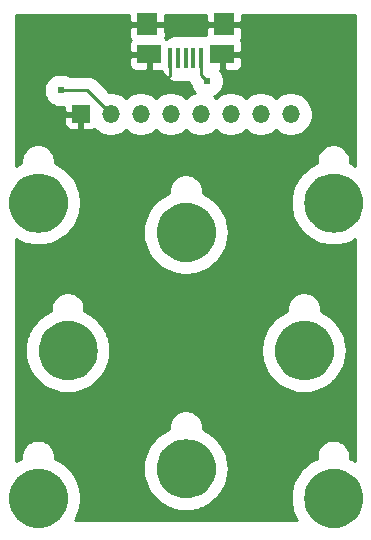
<source format=gtl>
G04 #@! TF.GenerationSoftware,KiCad,Pcbnew,(5.1.9-0-10_14)*
G04 #@! TF.CreationDate,2021-07-10T20:43:16+09:00*
G04 #@! TF.ProjectId,TouchController,546f7563-6843-46f6-9e74-726f6c6c6572,V1.0*
G04 #@! TF.SameCoordinates,Original*
G04 #@! TF.FileFunction,Copper,L1,Top*
G04 #@! TF.FilePolarity,Positive*
%FSLAX46Y46*%
G04 Gerber Fmt 4.6, Leading zero omitted, Abs format (unit mm)*
G04 Created by KiCad (PCBNEW (5.1.9-0-10_14)) date 2021-07-10 20:43:16*
%MOMM*%
%LPD*%
G01*
G04 APERTURE LIST*
G04 #@! TA.AperFunction,ComponentPad*
%ADD10R,1.500000X1.500000*%
G04 #@! TD*
G04 #@! TA.AperFunction,ComponentPad*
%ADD11O,1.500000X1.500000*%
G04 #@! TD*
G04 #@! TA.AperFunction,SMDPad,CuDef*
%ADD12R,1.800000X1.900000*%
G04 #@! TD*
G04 #@! TA.AperFunction,SMDPad,CuDef*
%ADD13R,2.100000X1.600000*%
G04 #@! TD*
G04 #@! TA.AperFunction,SMDPad,CuDef*
%ADD14R,0.300000X1.750000*%
G04 #@! TD*
G04 #@! TA.AperFunction,ViaPad*
%ADD15C,0.609600*%
G04 #@! TD*
G04 #@! TA.AperFunction,Conductor*
%ADD16C,0.254000*%
G04 #@! TD*
G04 #@! TA.AperFunction,Conductor*
%ADD17C,0.100000*%
G04 #@! TD*
G04 APERTURE END LIST*
D10*
X-8890000Y0D03*
D11*
X-6350000Y0D03*
X-3810000Y0D03*
X-1270000Y0D03*
X1270000Y0D03*
X3810000Y0D03*
X6350000Y0D03*
X8890000Y0D03*
D12*
X-3250000Y7600000D03*
X3250000Y7600000D03*
D13*
X-3100000Y5050000D03*
X3100000Y5050000D03*
D14*
X-1300000Y4725000D03*
X-650000Y4725000D03*
X0Y4725000D03*
X650000Y4725000D03*
X1300000Y4725000D03*
D15*
X-10600000Y2000000D03*
X8000000Y-33500000D03*
X4500000Y-30000000D03*
X-8000000Y-32500000D03*
X-5500000Y-20000000D03*
X-8000000Y-7500000D03*
X13500000Y-12000000D03*
X13500000Y-23000000D03*
X2500000Y-25000000D03*
X12500000Y-15000000D03*
X3700000Y-12500000D03*
X12000000Y5000000D03*
X1800000Y2800000D03*
X12500000Y-32500000D03*
X-12500000Y-32500000D03*
X-12500000Y-7500000D03*
X12500000Y-7500000D03*
X10000000Y-20000000D03*
X0Y-30000000D03*
X-10000000Y-20000000D03*
X0Y-10000000D03*
D16*
X-8350000Y2000000D02*
X-6350000Y0D01*
X-10600000Y2000000D02*
X-8350000Y2000000D01*
X-8890000Y0D02*
X-8890000Y-2890000D01*
X-1300000Y4725000D02*
X-1300000Y3300000D01*
X-1300000Y3300000D02*
X-1700000Y2900000D01*
X-1700000Y2900000D02*
X-2600000Y2900000D01*
X-3100000Y3400000D02*
X-2600000Y2900000D01*
X-3100000Y5050000D02*
X-3100000Y3400000D01*
X-3250000Y7600000D02*
X3250000Y7600000D01*
X3250000Y7600000D02*
X9500000Y7600000D01*
X12000000Y5100000D02*
X12000000Y5000000D01*
X9500000Y7600000D02*
X12000000Y5100000D01*
X1300000Y3300000D02*
X1800000Y2800000D01*
X1300000Y4725000D02*
X1300000Y3300000D01*
X12809701Y-5147571D02*
X13114109Y-5208121D01*
X13408001Y-5307885D01*
X13686361Y-5445156D01*
X13944427Y-5617591D01*
X14177772Y-5822228D01*
X14382409Y-6055573D01*
X14554844Y-6313639D01*
X14692115Y-6591999D01*
X14791879Y-6885891D01*
X14848000Y-7168035D01*
X14848000Y-7831965D01*
X14791879Y-8114109D01*
X14692115Y-8408001D01*
X14554844Y-8686361D01*
X14382409Y-8944427D01*
X14177772Y-9177772D01*
X13944427Y-9382409D01*
X13686361Y-9554844D01*
X13408001Y-9692115D01*
X13114109Y-9791879D01*
X12809701Y-9852429D01*
X12500000Y-9872728D01*
X12190299Y-9852429D01*
X11885891Y-9791879D01*
X11591999Y-9692115D01*
X11313639Y-9554844D01*
X11055573Y-9382409D01*
X10822228Y-9177772D01*
X10617591Y-8944427D01*
X10445156Y-8686361D01*
X10307885Y-8408001D01*
X10208121Y-8114109D01*
X10147571Y-7809701D01*
X10127272Y-7500000D01*
X10147571Y-7190299D01*
X10208121Y-6885891D01*
X10307885Y-6591999D01*
X10445156Y-6313639D01*
X10617591Y-6055573D01*
X10822228Y-5822228D01*
X11055573Y-5617591D01*
X11313639Y-5445156D01*
X11591999Y-5307885D01*
X11885891Y-5208121D01*
X12190299Y-5147571D01*
X12500000Y-5127272D01*
X12809701Y-5147571D01*
G04 #@! TA.AperFunction,Conductor*
D17*
G36*
X12809701Y-5147571D02*
G01*
X13114109Y-5208121D01*
X13408001Y-5307885D01*
X13686361Y-5445156D01*
X13944427Y-5617591D01*
X14177772Y-5822228D01*
X14382409Y-6055573D01*
X14554844Y-6313639D01*
X14692115Y-6591999D01*
X14791879Y-6885891D01*
X14848000Y-7168035D01*
X14848000Y-7831965D01*
X14791879Y-8114109D01*
X14692115Y-8408001D01*
X14554844Y-8686361D01*
X14382409Y-8944427D01*
X14177772Y-9177772D01*
X13944427Y-9382409D01*
X13686361Y-9554844D01*
X13408001Y-9692115D01*
X13114109Y-9791879D01*
X12809701Y-9852429D01*
X12500000Y-9872728D01*
X12190299Y-9852429D01*
X11885891Y-9791879D01*
X11591999Y-9692115D01*
X11313639Y-9554844D01*
X11055573Y-9382409D01*
X10822228Y-9177772D01*
X10617591Y-8944427D01*
X10445156Y-8686361D01*
X10307885Y-8408001D01*
X10208121Y-8114109D01*
X10147571Y-7809701D01*
X10127272Y-7500000D01*
X10147571Y-7190299D01*
X10208121Y-6885891D01*
X10307885Y-6591999D01*
X10445156Y-6313639D01*
X10617591Y-6055573D01*
X10822228Y-5822228D01*
X11055573Y-5617591D01*
X11313639Y-5445156D01*
X11591999Y-5307885D01*
X11885891Y-5208121D01*
X12190299Y-5147571D01*
X12500000Y-5127272D01*
X12809701Y-5147571D01*
G37*
G04 #@! TD.AperFunction*
D16*
X-12190299Y-5147571D02*
X-11885891Y-5208121D01*
X-11591999Y-5307885D01*
X-11313639Y-5445156D01*
X-11055573Y-5617591D01*
X-10822228Y-5822228D01*
X-10617591Y-6055573D01*
X-10445156Y-6313639D01*
X-10307885Y-6591999D01*
X-10208121Y-6885891D01*
X-10147571Y-7190299D01*
X-10127272Y-7500000D01*
X-10147571Y-7809701D01*
X-10208121Y-8114109D01*
X-10307885Y-8408001D01*
X-10445156Y-8686361D01*
X-10617591Y-8944427D01*
X-10822228Y-9177772D01*
X-11055573Y-9382409D01*
X-11313639Y-9554844D01*
X-11591999Y-9692115D01*
X-11885891Y-9791879D01*
X-12190299Y-9852429D01*
X-12500000Y-9872728D01*
X-12809701Y-9852429D01*
X-13114109Y-9791879D01*
X-13408001Y-9692115D01*
X-13686361Y-9554844D01*
X-13944427Y-9382409D01*
X-14177772Y-9177772D01*
X-14382409Y-8944427D01*
X-14554844Y-8686361D01*
X-14692115Y-8408001D01*
X-14791879Y-8114109D01*
X-14848000Y-7831967D01*
X-14848000Y-7168033D01*
X-14791879Y-6885891D01*
X-14692115Y-6591999D01*
X-14554844Y-6313639D01*
X-14382409Y-6055573D01*
X-14177772Y-5822228D01*
X-13944427Y-5617591D01*
X-13686361Y-5445156D01*
X-13408001Y-5307885D01*
X-13114109Y-5208121D01*
X-12809701Y-5147571D01*
X-12500000Y-5127272D01*
X-12190299Y-5147571D01*
G04 #@! TA.AperFunction,Conductor*
D17*
G36*
X-12190299Y-5147571D02*
G01*
X-11885891Y-5208121D01*
X-11591999Y-5307885D01*
X-11313639Y-5445156D01*
X-11055573Y-5617591D01*
X-10822228Y-5822228D01*
X-10617591Y-6055573D01*
X-10445156Y-6313639D01*
X-10307885Y-6591999D01*
X-10208121Y-6885891D01*
X-10147571Y-7190299D01*
X-10127272Y-7500000D01*
X-10147571Y-7809701D01*
X-10208121Y-8114109D01*
X-10307885Y-8408001D01*
X-10445156Y-8686361D01*
X-10617591Y-8944427D01*
X-10822228Y-9177772D01*
X-11055573Y-9382409D01*
X-11313639Y-9554844D01*
X-11591999Y-9692115D01*
X-11885891Y-9791879D01*
X-12190299Y-9852429D01*
X-12500000Y-9872728D01*
X-12809701Y-9852429D01*
X-13114109Y-9791879D01*
X-13408001Y-9692115D01*
X-13686361Y-9554844D01*
X-13944427Y-9382409D01*
X-14177772Y-9177772D01*
X-14382409Y-8944427D01*
X-14554844Y-8686361D01*
X-14692115Y-8408001D01*
X-14791879Y-8114109D01*
X-14848000Y-7831967D01*
X-14848000Y-7168033D01*
X-14791879Y-6885891D01*
X-14692115Y-6591999D01*
X-14554844Y-6313639D01*
X-14382409Y-6055573D01*
X-14177772Y-5822228D01*
X-13944427Y-5617591D01*
X-13686361Y-5445156D01*
X-13408001Y-5307885D01*
X-13114109Y-5208121D01*
X-12809701Y-5147571D01*
X-12500000Y-5127272D01*
X-12190299Y-5147571D01*
G37*
G04 #@! TD.AperFunction*
D16*
X309701Y-7647571D02*
X614109Y-7708121D01*
X908001Y-7807885D01*
X1186361Y-7945156D01*
X1444427Y-8117591D01*
X1677772Y-8322228D01*
X1882409Y-8555573D01*
X2054844Y-8813639D01*
X2192115Y-9091999D01*
X2291879Y-9385891D01*
X2352429Y-9690299D01*
X2372728Y-10000000D01*
X2352429Y-10309701D01*
X2291879Y-10614109D01*
X2192115Y-10908001D01*
X2054844Y-11186361D01*
X1882409Y-11444427D01*
X1677772Y-11677772D01*
X1444427Y-11882409D01*
X1186361Y-12054844D01*
X908001Y-12192115D01*
X614109Y-12291879D01*
X309701Y-12352429D01*
X0Y-12372728D01*
X-309701Y-12352429D01*
X-614109Y-12291879D01*
X-908001Y-12192115D01*
X-1186361Y-12054844D01*
X-1444427Y-11882409D01*
X-1677772Y-11677772D01*
X-1882409Y-11444427D01*
X-2054844Y-11186361D01*
X-2192115Y-10908001D01*
X-2291879Y-10614109D01*
X-2352429Y-10309701D01*
X-2372728Y-10000000D01*
X-2352429Y-9690299D01*
X-2291879Y-9385891D01*
X-2192115Y-9091999D01*
X-2054844Y-8813639D01*
X-1882409Y-8555573D01*
X-1677772Y-8322228D01*
X-1444427Y-8117591D01*
X-1186361Y-7945156D01*
X-908001Y-7807885D01*
X-614109Y-7708121D01*
X-309701Y-7647571D01*
X0Y-7627272D01*
X309701Y-7647571D01*
G04 #@! TA.AperFunction,Conductor*
D17*
G36*
X309701Y-7647571D02*
G01*
X614109Y-7708121D01*
X908001Y-7807885D01*
X1186361Y-7945156D01*
X1444427Y-8117591D01*
X1677772Y-8322228D01*
X1882409Y-8555573D01*
X2054844Y-8813639D01*
X2192115Y-9091999D01*
X2291879Y-9385891D01*
X2352429Y-9690299D01*
X2372728Y-10000000D01*
X2352429Y-10309701D01*
X2291879Y-10614109D01*
X2192115Y-10908001D01*
X2054844Y-11186361D01*
X1882409Y-11444427D01*
X1677772Y-11677772D01*
X1444427Y-11882409D01*
X1186361Y-12054844D01*
X908001Y-12192115D01*
X614109Y-12291879D01*
X309701Y-12352429D01*
X0Y-12372728D01*
X-309701Y-12352429D01*
X-614109Y-12291879D01*
X-908001Y-12192115D01*
X-1186361Y-12054844D01*
X-1444427Y-11882409D01*
X-1677772Y-11677772D01*
X-1882409Y-11444427D01*
X-2054844Y-11186361D01*
X-2192115Y-10908001D01*
X-2291879Y-10614109D01*
X-2352429Y-10309701D01*
X-2372728Y-10000000D01*
X-2352429Y-9690299D01*
X-2291879Y-9385891D01*
X-2192115Y-9091999D01*
X-2054844Y-8813639D01*
X-1882409Y-8555573D01*
X-1677772Y-8322228D01*
X-1444427Y-8117591D01*
X-1186361Y-7945156D01*
X-908001Y-7807885D01*
X-614109Y-7708121D01*
X-309701Y-7647571D01*
X0Y-7627272D01*
X309701Y-7647571D01*
G37*
G04 #@! TD.AperFunction*
D16*
X-12190299Y-30147571D02*
X-11885891Y-30208121D01*
X-11591999Y-30307885D01*
X-11313639Y-30445156D01*
X-11055573Y-30617591D01*
X-10822228Y-30822228D01*
X-10617591Y-31055573D01*
X-10445156Y-31313639D01*
X-10307885Y-31591999D01*
X-10208121Y-31885891D01*
X-10147571Y-32190299D01*
X-10127272Y-32500000D01*
X-10147571Y-32809701D01*
X-10208121Y-33114109D01*
X-10307885Y-33408001D01*
X-10445156Y-33686361D01*
X-10617591Y-33944427D01*
X-10822228Y-34177772D01*
X-11055573Y-34382409D01*
X-11313639Y-34554844D01*
X-11591999Y-34692115D01*
X-11885891Y-34791879D01*
X-12168033Y-34848000D01*
X-12831967Y-34848000D01*
X-13114109Y-34791879D01*
X-13408001Y-34692115D01*
X-13686361Y-34554844D01*
X-13944427Y-34382409D01*
X-14177772Y-34177772D01*
X-14382409Y-33944427D01*
X-14554844Y-33686361D01*
X-14692115Y-33408001D01*
X-14791879Y-33114109D01*
X-14848000Y-32831967D01*
X-14848000Y-32168033D01*
X-14791879Y-31885891D01*
X-14692115Y-31591999D01*
X-14554844Y-31313639D01*
X-14382409Y-31055573D01*
X-14177772Y-30822228D01*
X-13944427Y-30617591D01*
X-13686361Y-30445156D01*
X-13408001Y-30307885D01*
X-13114109Y-30208121D01*
X-12809701Y-30147571D01*
X-12500000Y-30127272D01*
X-12190299Y-30147571D01*
G04 #@! TA.AperFunction,Conductor*
D17*
G36*
X-12190299Y-30147571D02*
G01*
X-11885891Y-30208121D01*
X-11591999Y-30307885D01*
X-11313639Y-30445156D01*
X-11055573Y-30617591D01*
X-10822228Y-30822228D01*
X-10617591Y-31055573D01*
X-10445156Y-31313639D01*
X-10307885Y-31591999D01*
X-10208121Y-31885891D01*
X-10147571Y-32190299D01*
X-10127272Y-32500000D01*
X-10147571Y-32809701D01*
X-10208121Y-33114109D01*
X-10307885Y-33408001D01*
X-10445156Y-33686361D01*
X-10617591Y-33944427D01*
X-10822228Y-34177772D01*
X-11055573Y-34382409D01*
X-11313639Y-34554844D01*
X-11591999Y-34692115D01*
X-11885891Y-34791879D01*
X-12168033Y-34848000D01*
X-12831967Y-34848000D01*
X-13114109Y-34791879D01*
X-13408001Y-34692115D01*
X-13686361Y-34554844D01*
X-13944427Y-34382409D01*
X-14177772Y-34177772D01*
X-14382409Y-33944427D01*
X-14554844Y-33686361D01*
X-14692115Y-33408001D01*
X-14791879Y-33114109D01*
X-14848000Y-32831967D01*
X-14848000Y-32168033D01*
X-14791879Y-31885891D01*
X-14692115Y-31591999D01*
X-14554844Y-31313639D01*
X-14382409Y-31055573D01*
X-14177772Y-30822228D01*
X-13944427Y-30617591D01*
X-13686361Y-30445156D01*
X-13408001Y-30307885D01*
X-13114109Y-30208121D01*
X-12809701Y-30147571D01*
X-12500000Y-30127272D01*
X-12190299Y-30147571D01*
G37*
G04 #@! TD.AperFunction*
D16*
X12809701Y-30147571D02*
X13114109Y-30208121D01*
X13408001Y-30307885D01*
X13686361Y-30445156D01*
X13944427Y-30617591D01*
X14177772Y-30822228D01*
X14382409Y-31055573D01*
X14554844Y-31313639D01*
X14692115Y-31591999D01*
X14791879Y-31885891D01*
X14848001Y-32168037D01*
X14848001Y-32831962D01*
X14791879Y-33114109D01*
X14692115Y-33408001D01*
X14554844Y-33686361D01*
X14382409Y-33944427D01*
X14177772Y-34177772D01*
X13944427Y-34382409D01*
X13686361Y-34554844D01*
X13408001Y-34692115D01*
X13114109Y-34791879D01*
X12831967Y-34848000D01*
X12168033Y-34848000D01*
X11885891Y-34791879D01*
X11591999Y-34692115D01*
X11313639Y-34554844D01*
X11055573Y-34382409D01*
X10822228Y-34177772D01*
X10617591Y-33944427D01*
X10445156Y-33686361D01*
X10307885Y-33408001D01*
X10208121Y-33114109D01*
X10147571Y-32809701D01*
X10127272Y-32500000D01*
X10147571Y-32190299D01*
X10208121Y-31885891D01*
X10307885Y-31591999D01*
X10445156Y-31313639D01*
X10617591Y-31055573D01*
X10822228Y-30822228D01*
X11055573Y-30617591D01*
X11313639Y-30445156D01*
X11591999Y-30307885D01*
X11885891Y-30208121D01*
X12190299Y-30147571D01*
X12500000Y-30127272D01*
X12809701Y-30147571D01*
G04 #@! TA.AperFunction,Conductor*
D17*
G36*
X12809701Y-30147571D02*
G01*
X13114109Y-30208121D01*
X13408001Y-30307885D01*
X13686361Y-30445156D01*
X13944427Y-30617591D01*
X14177772Y-30822228D01*
X14382409Y-31055573D01*
X14554844Y-31313639D01*
X14692115Y-31591999D01*
X14791879Y-31885891D01*
X14848001Y-32168037D01*
X14848001Y-32831962D01*
X14791879Y-33114109D01*
X14692115Y-33408001D01*
X14554844Y-33686361D01*
X14382409Y-33944427D01*
X14177772Y-34177772D01*
X13944427Y-34382409D01*
X13686361Y-34554844D01*
X13408001Y-34692115D01*
X13114109Y-34791879D01*
X12831967Y-34848000D01*
X12168033Y-34848000D01*
X11885891Y-34791879D01*
X11591999Y-34692115D01*
X11313639Y-34554844D01*
X11055573Y-34382409D01*
X10822228Y-34177772D01*
X10617591Y-33944427D01*
X10445156Y-33686361D01*
X10307885Y-33408001D01*
X10208121Y-33114109D01*
X10147571Y-32809701D01*
X10127272Y-32500000D01*
X10147571Y-32190299D01*
X10208121Y-31885891D01*
X10307885Y-31591999D01*
X10445156Y-31313639D01*
X10617591Y-31055573D01*
X10822228Y-30822228D01*
X11055573Y-30617591D01*
X11313639Y-30445156D01*
X11591999Y-30307885D01*
X11885891Y-30208121D01*
X12190299Y-30147571D01*
X12500000Y-30127272D01*
X12809701Y-30147571D01*
G37*
G04 #@! TD.AperFunction*
D16*
X309701Y-27647571D02*
X614109Y-27708121D01*
X908001Y-27807885D01*
X1186361Y-27945156D01*
X1444427Y-28117591D01*
X1677772Y-28322228D01*
X1882409Y-28555573D01*
X2054844Y-28813639D01*
X2192115Y-29091999D01*
X2291879Y-29385891D01*
X2352429Y-29690299D01*
X2372728Y-30000000D01*
X2352429Y-30309701D01*
X2291879Y-30614109D01*
X2192115Y-30908001D01*
X2054844Y-31186361D01*
X1882409Y-31444427D01*
X1677772Y-31677772D01*
X1444427Y-31882409D01*
X1186361Y-32054844D01*
X908001Y-32192115D01*
X614109Y-32291879D01*
X309701Y-32352429D01*
X0Y-32372728D01*
X-309701Y-32352429D01*
X-614109Y-32291879D01*
X-908001Y-32192115D01*
X-1186361Y-32054844D01*
X-1444427Y-31882409D01*
X-1677772Y-31677772D01*
X-1882409Y-31444427D01*
X-2054844Y-31186361D01*
X-2192115Y-30908001D01*
X-2291879Y-30614109D01*
X-2352429Y-30309701D01*
X-2372728Y-30000000D01*
X-2352429Y-29690299D01*
X-2291879Y-29385891D01*
X-2192115Y-29091999D01*
X-2054844Y-28813639D01*
X-1882409Y-28555573D01*
X-1677772Y-28322228D01*
X-1444427Y-28117591D01*
X-1186361Y-27945156D01*
X-908001Y-27807885D01*
X-614109Y-27708121D01*
X-309701Y-27647571D01*
X0Y-27627272D01*
X309701Y-27647571D01*
G04 #@! TA.AperFunction,Conductor*
D17*
G36*
X309701Y-27647571D02*
G01*
X614109Y-27708121D01*
X908001Y-27807885D01*
X1186361Y-27945156D01*
X1444427Y-28117591D01*
X1677772Y-28322228D01*
X1882409Y-28555573D01*
X2054844Y-28813639D01*
X2192115Y-29091999D01*
X2291879Y-29385891D01*
X2352429Y-29690299D01*
X2372728Y-30000000D01*
X2352429Y-30309701D01*
X2291879Y-30614109D01*
X2192115Y-30908001D01*
X2054844Y-31186361D01*
X1882409Y-31444427D01*
X1677772Y-31677772D01*
X1444427Y-31882409D01*
X1186361Y-32054844D01*
X908001Y-32192115D01*
X614109Y-32291879D01*
X309701Y-32352429D01*
X0Y-32372728D01*
X-309701Y-32352429D01*
X-614109Y-32291879D01*
X-908001Y-32192115D01*
X-1186361Y-32054844D01*
X-1444427Y-31882409D01*
X-1677772Y-31677772D01*
X-1882409Y-31444427D01*
X-2054844Y-31186361D01*
X-2192115Y-30908001D01*
X-2291879Y-30614109D01*
X-2352429Y-30309701D01*
X-2372728Y-30000000D01*
X-2352429Y-29690299D01*
X-2291879Y-29385891D01*
X-2192115Y-29091999D01*
X-2054844Y-28813639D01*
X-1882409Y-28555573D01*
X-1677772Y-28322228D01*
X-1444427Y-28117591D01*
X-1186361Y-27945156D01*
X-908001Y-27807885D01*
X-614109Y-27708121D01*
X-309701Y-27647571D01*
X0Y-27627272D01*
X309701Y-27647571D01*
G37*
G04 #@! TD.AperFunction*
D16*
X-9690299Y-17647571D02*
X-9385891Y-17708121D01*
X-9091999Y-17807885D01*
X-8813639Y-17945156D01*
X-8555573Y-18117591D01*
X-8322228Y-18322228D01*
X-8117591Y-18555573D01*
X-7945156Y-18813639D01*
X-7807885Y-19091999D01*
X-7708121Y-19385891D01*
X-7647571Y-19690299D01*
X-7627272Y-20000000D01*
X-7647571Y-20309701D01*
X-7708121Y-20614109D01*
X-7807885Y-20908001D01*
X-7945156Y-21186361D01*
X-8117591Y-21444427D01*
X-8322228Y-21677772D01*
X-8555573Y-21882409D01*
X-8813639Y-22054844D01*
X-9091999Y-22192115D01*
X-9385891Y-22291879D01*
X-9690299Y-22352429D01*
X-10000000Y-22372728D01*
X-10309701Y-22352429D01*
X-10614109Y-22291879D01*
X-10908001Y-22192115D01*
X-11186361Y-22054844D01*
X-11444427Y-21882409D01*
X-11677772Y-21677772D01*
X-11882409Y-21444427D01*
X-12054844Y-21186361D01*
X-12192115Y-20908001D01*
X-12291879Y-20614109D01*
X-12352429Y-20309701D01*
X-12372728Y-20000000D01*
X-12352429Y-19690299D01*
X-12291879Y-19385891D01*
X-12192115Y-19091999D01*
X-12054844Y-18813639D01*
X-11882409Y-18555573D01*
X-11677772Y-18322228D01*
X-11444427Y-18117591D01*
X-11186361Y-17945156D01*
X-10908001Y-17807885D01*
X-10614109Y-17708121D01*
X-10309701Y-17647571D01*
X-10000000Y-17627272D01*
X-9690299Y-17647571D01*
G04 #@! TA.AperFunction,Conductor*
D17*
G36*
X-9690299Y-17647571D02*
G01*
X-9385891Y-17708121D01*
X-9091999Y-17807885D01*
X-8813639Y-17945156D01*
X-8555573Y-18117591D01*
X-8322228Y-18322228D01*
X-8117591Y-18555573D01*
X-7945156Y-18813639D01*
X-7807885Y-19091999D01*
X-7708121Y-19385891D01*
X-7647571Y-19690299D01*
X-7627272Y-20000000D01*
X-7647571Y-20309701D01*
X-7708121Y-20614109D01*
X-7807885Y-20908001D01*
X-7945156Y-21186361D01*
X-8117591Y-21444427D01*
X-8322228Y-21677772D01*
X-8555573Y-21882409D01*
X-8813639Y-22054844D01*
X-9091999Y-22192115D01*
X-9385891Y-22291879D01*
X-9690299Y-22352429D01*
X-10000000Y-22372728D01*
X-10309701Y-22352429D01*
X-10614109Y-22291879D01*
X-10908001Y-22192115D01*
X-11186361Y-22054844D01*
X-11444427Y-21882409D01*
X-11677772Y-21677772D01*
X-11882409Y-21444427D01*
X-12054844Y-21186361D01*
X-12192115Y-20908001D01*
X-12291879Y-20614109D01*
X-12352429Y-20309701D01*
X-12372728Y-20000000D01*
X-12352429Y-19690299D01*
X-12291879Y-19385891D01*
X-12192115Y-19091999D01*
X-12054844Y-18813639D01*
X-11882409Y-18555573D01*
X-11677772Y-18322228D01*
X-11444427Y-18117591D01*
X-11186361Y-17945156D01*
X-10908001Y-17807885D01*
X-10614109Y-17708121D01*
X-10309701Y-17647571D01*
X-10000000Y-17627272D01*
X-9690299Y-17647571D01*
G37*
G04 #@! TD.AperFunction*
D16*
X10309701Y-17647571D02*
X10614109Y-17708121D01*
X10908001Y-17807885D01*
X11186361Y-17945156D01*
X11444427Y-18117591D01*
X11677772Y-18322228D01*
X11882409Y-18555573D01*
X12054844Y-18813639D01*
X12192115Y-19091999D01*
X12291879Y-19385891D01*
X12352429Y-19690299D01*
X12372728Y-20000000D01*
X12352429Y-20309701D01*
X12291879Y-20614109D01*
X12192115Y-20908001D01*
X12054844Y-21186361D01*
X11882409Y-21444427D01*
X11677772Y-21677772D01*
X11444427Y-21882409D01*
X11186361Y-22054844D01*
X10908001Y-22192115D01*
X10614109Y-22291879D01*
X10309701Y-22352429D01*
X10000000Y-22372728D01*
X9690299Y-22352429D01*
X9385891Y-22291879D01*
X9091999Y-22192115D01*
X8813639Y-22054844D01*
X8555573Y-21882409D01*
X8322228Y-21677772D01*
X8117591Y-21444427D01*
X7945156Y-21186361D01*
X7807885Y-20908001D01*
X7708121Y-20614109D01*
X7647571Y-20309701D01*
X7627272Y-20000000D01*
X7647571Y-19690299D01*
X7708121Y-19385891D01*
X7807885Y-19091999D01*
X7945156Y-18813639D01*
X8117591Y-18555573D01*
X8322228Y-18322228D01*
X8555573Y-18117591D01*
X8813639Y-17945156D01*
X9091999Y-17807885D01*
X9385891Y-17708121D01*
X9690299Y-17647571D01*
X10000000Y-17627272D01*
X10309701Y-17647571D01*
G04 #@! TA.AperFunction,Conductor*
D17*
G36*
X10309701Y-17647571D02*
G01*
X10614109Y-17708121D01*
X10908001Y-17807885D01*
X11186361Y-17945156D01*
X11444427Y-18117591D01*
X11677772Y-18322228D01*
X11882409Y-18555573D01*
X12054844Y-18813639D01*
X12192115Y-19091999D01*
X12291879Y-19385891D01*
X12352429Y-19690299D01*
X12372728Y-20000000D01*
X12352429Y-20309701D01*
X12291879Y-20614109D01*
X12192115Y-20908001D01*
X12054844Y-21186361D01*
X11882409Y-21444427D01*
X11677772Y-21677772D01*
X11444427Y-21882409D01*
X11186361Y-22054844D01*
X10908001Y-22192115D01*
X10614109Y-22291879D01*
X10309701Y-22352429D01*
X10000000Y-22372728D01*
X9690299Y-22352429D01*
X9385891Y-22291879D01*
X9091999Y-22192115D01*
X8813639Y-22054844D01*
X8555573Y-21882409D01*
X8322228Y-21677772D01*
X8117591Y-21444427D01*
X7945156Y-21186361D01*
X7807885Y-20908001D01*
X7708121Y-20614109D01*
X7647571Y-20309701D01*
X7627272Y-20000000D01*
X7647571Y-19690299D01*
X7708121Y-19385891D01*
X7807885Y-19091999D01*
X7945156Y-18813639D01*
X8117591Y-18555573D01*
X8322228Y-18322228D01*
X8555573Y-18117591D01*
X8813639Y-17945156D01*
X9091999Y-17807885D01*
X9385891Y-17708121D01*
X9690299Y-17647571D01*
X10000000Y-17627272D01*
X10309701Y-17647571D01*
G37*
G04 #@! TD.AperFunction*
D16*
X-4785000Y7885750D02*
X-4626250Y7727000D01*
X-3377000Y7727000D01*
X-3377000Y7747000D01*
X-3123000Y7747000D01*
X-3123000Y7727000D01*
X-1873750Y7727000D01*
X-1715000Y7885750D01*
X-1712862Y8348000D01*
X1712862Y8348000D01*
X1715000Y7885750D01*
X1873750Y7727000D01*
X3123000Y7727000D01*
X3123000Y7747000D01*
X3377000Y7747000D01*
X3377000Y7727000D01*
X4626250Y7727000D01*
X4785000Y7885750D01*
X4787138Y8348000D01*
X14348000Y8348000D01*
X14348000Y-4381631D01*
X14248459Y-4324160D01*
X13955168Y-4179525D01*
X13921981Y-4165779D01*
X13927000Y-4140547D01*
X13927000Y-3859453D01*
X13872162Y-3583759D01*
X13764591Y-3324062D01*
X13608424Y-3090340D01*
X13409660Y-2891576D01*
X13175938Y-2735409D01*
X12916241Y-2627838D01*
X12640547Y-2573000D01*
X12359453Y-2573000D01*
X12083759Y-2627838D01*
X11824062Y-2735409D01*
X11590340Y-2891576D01*
X11391576Y-3090340D01*
X11235409Y-3324062D01*
X11127838Y-3583759D01*
X11073000Y-3859453D01*
X11073000Y-4140547D01*
X11078019Y-4165779D01*
X11044832Y-4179525D01*
X10751541Y-4324160D01*
X10623871Y-4397871D01*
X10351967Y-4579552D01*
X10235013Y-4669293D01*
X9989150Y-4884909D01*
X9884909Y-4989150D01*
X9669293Y-5235013D01*
X9579552Y-5351967D01*
X9397871Y-5623871D01*
X9324160Y-5751541D01*
X9179525Y-6044832D01*
X9123111Y-6181028D01*
X9017995Y-6490689D01*
X8979839Y-6633088D01*
X8916042Y-6953821D01*
X8896801Y-7099975D01*
X8875413Y-7426290D01*
X8875413Y-7573710D01*
X8896801Y-7900025D01*
X8916042Y-8046179D01*
X8979839Y-8366912D01*
X9017995Y-8509311D01*
X9123111Y-8818972D01*
X9179525Y-8955168D01*
X9324160Y-9248459D01*
X9397871Y-9376129D01*
X9579552Y-9648033D01*
X9669293Y-9764987D01*
X9884909Y-10010850D01*
X9989150Y-10115091D01*
X10235013Y-10330707D01*
X10351967Y-10420448D01*
X10623871Y-10602129D01*
X10751541Y-10675840D01*
X11044832Y-10820475D01*
X11181028Y-10876889D01*
X11490689Y-10982005D01*
X11633088Y-11020161D01*
X11953821Y-11083958D01*
X12099975Y-11103199D01*
X12426290Y-11124587D01*
X12573710Y-11124587D01*
X12900025Y-11103199D01*
X13046179Y-11083958D01*
X13366912Y-11020161D01*
X13509311Y-10982005D01*
X13818972Y-10876889D01*
X13955168Y-10820475D01*
X14248459Y-10675840D01*
X14348000Y-10618369D01*
X14348001Y-29381631D01*
X14248459Y-29324160D01*
X13955168Y-29179525D01*
X13921981Y-29165779D01*
X13927000Y-29140547D01*
X13927000Y-28859453D01*
X13872162Y-28583759D01*
X13764591Y-28324062D01*
X13608424Y-28090340D01*
X13409660Y-27891576D01*
X13175938Y-27735409D01*
X12916241Y-27627838D01*
X12640547Y-27573000D01*
X12359453Y-27573000D01*
X12083759Y-27627838D01*
X11824062Y-27735409D01*
X11590340Y-27891576D01*
X11391576Y-28090340D01*
X11235409Y-28324062D01*
X11127838Y-28583759D01*
X11073000Y-28859453D01*
X11073000Y-29140547D01*
X11078019Y-29165779D01*
X11044832Y-29179525D01*
X10751541Y-29324160D01*
X10623871Y-29397871D01*
X10351967Y-29579552D01*
X10235013Y-29669293D01*
X9989150Y-29884909D01*
X9884909Y-29989150D01*
X9669293Y-30235013D01*
X9579552Y-30351967D01*
X9397871Y-30623871D01*
X9324160Y-30751541D01*
X9179525Y-31044832D01*
X9123111Y-31181028D01*
X9017995Y-31490689D01*
X8979839Y-31633088D01*
X8916042Y-31953821D01*
X8896801Y-32099975D01*
X8875413Y-32426290D01*
X8875413Y-32573710D01*
X8896801Y-32900025D01*
X8916042Y-33046179D01*
X8979839Y-33366912D01*
X9017995Y-33509311D01*
X9123111Y-33818972D01*
X9179525Y-33955168D01*
X9324160Y-34248459D01*
X9381631Y-34348000D01*
X-9381631Y-34348000D01*
X-9324160Y-34248459D01*
X-9179525Y-33955168D01*
X-9123111Y-33818972D01*
X-9017995Y-33509311D01*
X-8979839Y-33366912D01*
X-8916042Y-33046179D01*
X-8896801Y-32900025D01*
X-8875413Y-32573710D01*
X-8875413Y-32426290D01*
X-8896801Y-32099975D01*
X-8916042Y-31953821D01*
X-8979839Y-31633088D01*
X-9017995Y-31490689D01*
X-9123111Y-31181028D01*
X-9179525Y-31044832D01*
X-9324160Y-30751541D01*
X-9397871Y-30623871D01*
X-9579552Y-30351967D01*
X-9669293Y-30235013D01*
X-9884909Y-29989150D01*
X-9947769Y-29926290D01*
X-3624587Y-29926290D01*
X-3624587Y-30073710D01*
X-3603199Y-30400025D01*
X-3583958Y-30546179D01*
X-3520161Y-30866912D01*
X-3482005Y-31009311D01*
X-3376889Y-31318972D01*
X-3320475Y-31455168D01*
X-3175840Y-31748459D01*
X-3102129Y-31876129D01*
X-2920448Y-32148033D01*
X-2830707Y-32264987D01*
X-2615091Y-32510850D01*
X-2510850Y-32615091D01*
X-2264987Y-32830707D01*
X-2148033Y-32920448D01*
X-1876129Y-33102129D01*
X-1748459Y-33175840D01*
X-1455168Y-33320475D01*
X-1318972Y-33376889D01*
X-1009311Y-33482005D01*
X-866912Y-33520161D01*
X-546179Y-33583958D01*
X-400025Y-33603199D01*
X-73710Y-33624587D01*
X73710Y-33624587D01*
X400025Y-33603199D01*
X546179Y-33583958D01*
X866912Y-33520161D01*
X1009311Y-33482005D01*
X1318972Y-33376889D01*
X1455168Y-33320475D01*
X1748459Y-33175840D01*
X1876129Y-33102129D01*
X2148033Y-32920448D01*
X2264987Y-32830707D01*
X2510850Y-32615091D01*
X2615091Y-32510850D01*
X2830707Y-32264987D01*
X2920448Y-32148033D01*
X3102129Y-31876129D01*
X3175840Y-31748459D01*
X3320475Y-31455168D01*
X3376889Y-31318972D01*
X3482005Y-31009311D01*
X3520161Y-30866912D01*
X3583958Y-30546179D01*
X3603199Y-30400025D01*
X3624587Y-30073710D01*
X3624587Y-29926290D01*
X3603199Y-29599975D01*
X3583958Y-29453821D01*
X3520161Y-29133088D01*
X3482005Y-28990689D01*
X3376889Y-28681028D01*
X3320475Y-28544832D01*
X3175840Y-28251541D01*
X3102129Y-28123871D01*
X2920448Y-27851967D01*
X2830707Y-27735013D01*
X2615091Y-27489150D01*
X2510850Y-27384909D01*
X2264987Y-27169293D01*
X2148033Y-27079552D01*
X1876129Y-26897871D01*
X1748459Y-26824160D01*
X1455168Y-26679525D01*
X1421981Y-26665779D01*
X1427000Y-26640547D01*
X1427000Y-26359453D01*
X1372162Y-26083759D01*
X1264591Y-25824062D01*
X1108424Y-25590340D01*
X909660Y-25391576D01*
X675938Y-25235409D01*
X416241Y-25127838D01*
X140547Y-25073000D01*
X-140547Y-25073000D01*
X-416241Y-25127838D01*
X-675938Y-25235409D01*
X-909660Y-25391576D01*
X-1108424Y-25590340D01*
X-1264591Y-25824062D01*
X-1372162Y-26083759D01*
X-1427000Y-26359453D01*
X-1427000Y-26640547D01*
X-1421981Y-26665779D01*
X-1455168Y-26679525D01*
X-1748459Y-26824160D01*
X-1876129Y-26897871D01*
X-2148033Y-27079552D01*
X-2264987Y-27169293D01*
X-2510850Y-27384909D01*
X-2615091Y-27489150D01*
X-2830707Y-27735013D01*
X-2920448Y-27851967D01*
X-3102129Y-28123871D01*
X-3175840Y-28251541D01*
X-3320475Y-28544832D01*
X-3376889Y-28681028D01*
X-3482005Y-28990689D01*
X-3520161Y-29133088D01*
X-3583958Y-29453821D01*
X-3603199Y-29599975D01*
X-3624587Y-29926290D01*
X-9947769Y-29926290D01*
X-9989150Y-29884909D01*
X-10235013Y-29669293D01*
X-10351967Y-29579552D01*
X-10623871Y-29397871D01*
X-10751541Y-29324160D01*
X-11044832Y-29179525D01*
X-11078019Y-29165779D01*
X-11073000Y-29140547D01*
X-11073000Y-28859453D01*
X-11127838Y-28583759D01*
X-11235409Y-28324062D01*
X-11391576Y-28090340D01*
X-11590340Y-27891576D01*
X-11824062Y-27735409D01*
X-12083759Y-27627838D01*
X-12359453Y-27573000D01*
X-12640547Y-27573000D01*
X-12916241Y-27627838D01*
X-13175938Y-27735409D01*
X-13409660Y-27891576D01*
X-13608424Y-28090340D01*
X-13764591Y-28324062D01*
X-13872162Y-28583759D01*
X-13927000Y-28859453D01*
X-13927000Y-29140547D01*
X-13921981Y-29165779D01*
X-13955168Y-29179525D01*
X-14248459Y-29324160D01*
X-14348000Y-29381631D01*
X-14348000Y-19926290D01*
X-13624587Y-19926290D01*
X-13624587Y-20073710D01*
X-13603199Y-20400025D01*
X-13583958Y-20546179D01*
X-13520161Y-20866912D01*
X-13482005Y-21009311D01*
X-13376889Y-21318972D01*
X-13320475Y-21455168D01*
X-13175840Y-21748459D01*
X-13102129Y-21876129D01*
X-12920448Y-22148033D01*
X-12830707Y-22264987D01*
X-12615091Y-22510850D01*
X-12510850Y-22615091D01*
X-12264987Y-22830707D01*
X-12148033Y-22920448D01*
X-11876129Y-23102129D01*
X-11748459Y-23175840D01*
X-11455168Y-23320475D01*
X-11318972Y-23376889D01*
X-11009311Y-23482005D01*
X-10866912Y-23520161D01*
X-10546179Y-23583958D01*
X-10400025Y-23603199D01*
X-10073710Y-23624587D01*
X-9926290Y-23624587D01*
X-9599975Y-23603199D01*
X-9453821Y-23583958D01*
X-9133088Y-23520161D01*
X-8990689Y-23482005D01*
X-8681028Y-23376889D01*
X-8544832Y-23320475D01*
X-8251541Y-23175840D01*
X-8123871Y-23102129D01*
X-7851967Y-22920448D01*
X-7735013Y-22830707D01*
X-7489150Y-22615091D01*
X-7384909Y-22510850D01*
X-7169293Y-22264987D01*
X-7079552Y-22148033D01*
X-6897871Y-21876129D01*
X-6824160Y-21748459D01*
X-6679525Y-21455168D01*
X-6623111Y-21318972D01*
X-6517995Y-21009311D01*
X-6479839Y-20866912D01*
X-6416042Y-20546179D01*
X-6396801Y-20400025D01*
X-6375413Y-20073710D01*
X-6375413Y-19926290D01*
X6375413Y-19926290D01*
X6375413Y-20073710D01*
X6396801Y-20400025D01*
X6416042Y-20546179D01*
X6479839Y-20866912D01*
X6517995Y-21009311D01*
X6623111Y-21318972D01*
X6679525Y-21455168D01*
X6824160Y-21748459D01*
X6897871Y-21876129D01*
X7079552Y-22148033D01*
X7169293Y-22264987D01*
X7384909Y-22510850D01*
X7489150Y-22615091D01*
X7735013Y-22830707D01*
X7851967Y-22920448D01*
X8123871Y-23102129D01*
X8251541Y-23175840D01*
X8544832Y-23320475D01*
X8681028Y-23376889D01*
X8990689Y-23482005D01*
X9133088Y-23520161D01*
X9453821Y-23583958D01*
X9599975Y-23603199D01*
X9926290Y-23624587D01*
X10073710Y-23624587D01*
X10400025Y-23603199D01*
X10546179Y-23583958D01*
X10866912Y-23520161D01*
X11009311Y-23482005D01*
X11318972Y-23376889D01*
X11455168Y-23320475D01*
X11748459Y-23175840D01*
X11876129Y-23102129D01*
X12148033Y-22920448D01*
X12264987Y-22830707D01*
X12510850Y-22615091D01*
X12615091Y-22510850D01*
X12830707Y-22264987D01*
X12920448Y-22148033D01*
X13102129Y-21876129D01*
X13175840Y-21748459D01*
X13320475Y-21455168D01*
X13376889Y-21318972D01*
X13482005Y-21009311D01*
X13520161Y-20866912D01*
X13583958Y-20546179D01*
X13603199Y-20400025D01*
X13624587Y-20073710D01*
X13624587Y-19926290D01*
X13603199Y-19599975D01*
X13583958Y-19453821D01*
X13520161Y-19133088D01*
X13482005Y-18990689D01*
X13376889Y-18681028D01*
X13320475Y-18544832D01*
X13175840Y-18251541D01*
X13102129Y-18123871D01*
X12920448Y-17851967D01*
X12830707Y-17735013D01*
X12615091Y-17489150D01*
X12510850Y-17384909D01*
X12264987Y-17169293D01*
X12148033Y-17079552D01*
X11876129Y-16897871D01*
X11748459Y-16824160D01*
X11455168Y-16679525D01*
X11421981Y-16665779D01*
X11427000Y-16640547D01*
X11427000Y-16359453D01*
X11372162Y-16083759D01*
X11264591Y-15824062D01*
X11108424Y-15590340D01*
X10909660Y-15391576D01*
X10675938Y-15235409D01*
X10416241Y-15127838D01*
X10140547Y-15073000D01*
X9859453Y-15073000D01*
X9583759Y-15127838D01*
X9324062Y-15235409D01*
X9090340Y-15391576D01*
X8891576Y-15590340D01*
X8735409Y-15824062D01*
X8627838Y-16083759D01*
X8573000Y-16359453D01*
X8573000Y-16640547D01*
X8578019Y-16665779D01*
X8544832Y-16679525D01*
X8251541Y-16824160D01*
X8123871Y-16897871D01*
X7851967Y-17079552D01*
X7735013Y-17169293D01*
X7489150Y-17384909D01*
X7384909Y-17489150D01*
X7169293Y-17735013D01*
X7079552Y-17851967D01*
X6897871Y-18123871D01*
X6824160Y-18251541D01*
X6679525Y-18544832D01*
X6623111Y-18681028D01*
X6517995Y-18990689D01*
X6479839Y-19133088D01*
X6416042Y-19453821D01*
X6396801Y-19599975D01*
X6375413Y-19926290D01*
X-6375413Y-19926290D01*
X-6396801Y-19599975D01*
X-6416042Y-19453821D01*
X-6479839Y-19133088D01*
X-6517995Y-18990689D01*
X-6623111Y-18681028D01*
X-6679525Y-18544832D01*
X-6824160Y-18251541D01*
X-6897871Y-18123871D01*
X-7079552Y-17851967D01*
X-7169293Y-17735013D01*
X-7384909Y-17489150D01*
X-7489150Y-17384909D01*
X-7735013Y-17169293D01*
X-7851967Y-17079552D01*
X-8123871Y-16897871D01*
X-8251541Y-16824160D01*
X-8544832Y-16679525D01*
X-8578019Y-16665779D01*
X-8573000Y-16640547D01*
X-8573000Y-16359453D01*
X-8627838Y-16083759D01*
X-8735409Y-15824062D01*
X-8891576Y-15590340D01*
X-9090340Y-15391576D01*
X-9324062Y-15235409D01*
X-9583759Y-15127838D01*
X-9859453Y-15073000D01*
X-10140547Y-15073000D01*
X-10416241Y-15127838D01*
X-10675938Y-15235409D01*
X-10909660Y-15391576D01*
X-11108424Y-15590340D01*
X-11264591Y-15824062D01*
X-11372162Y-16083759D01*
X-11427000Y-16359453D01*
X-11427000Y-16640547D01*
X-11421981Y-16665779D01*
X-11455168Y-16679525D01*
X-11748459Y-16824160D01*
X-11876129Y-16897871D01*
X-12148033Y-17079552D01*
X-12264987Y-17169293D01*
X-12510850Y-17384909D01*
X-12615091Y-17489150D01*
X-12830707Y-17735013D01*
X-12920448Y-17851967D01*
X-13102129Y-18123871D01*
X-13175840Y-18251541D01*
X-13320475Y-18544832D01*
X-13376889Y-18681028D01*
X-13482005Y-18990689D01*
X-13520161Y-19133088D01*
X-13583958Y-19453821D01*
X-13603199Y-19599975D01*
X-13624587Y-19926290D01*
X-14348000Y-19926290D01*
X-14348000Y-10618369D01*
X-14248459Y-10675840D01*
X-13955168Y-10820475D01*
X-13818972Y-10876889D01*
X-13509311Y-10982005D01*
X-13366912Y-11020161D01*
X-13046179Y-11083958D01*
X-12900025Y-11103199D01*
X-12573710Y-11124587D01*
X-12426290Y-11124587D01*
X-12099975Y-11103199D01*
X-11953821Y-11083958D01*
X-11633088Y-11020161D01*
X-11490689Y-10982005D01*
X-11181028Y-10876889D01*
X-11044832Y-10820475D01*
X-10751541Y-10675840D01*
X-10623871Y-10602129D01*
X-10351967Y-10420448D01*
X-10235013Y-10330707D01*
X-9989150Y-10115091D01*
X-9884909Y-10010850D01*
X-9810752Y-9926290D01*
X-3624587Y-9926290D01*
X-3624587Y-10073710D01*
X-3603199Y-10400025D01*
X-3583958Y-10546179D01*
X-3520161Y-10866912D01*
X-3482005Y-11009311D01*
X-3376889Y-11318972D01*
X-3320475Y-11455168D01*
X-3175840Y-11748459D01*
X-3102129Y-11876129D01*
X-2920448Y-12148033D01*
X-2830707Y-12264987D01*
X-2615091Y-12510850D01*
X-2510850Y-12615091D01*
X-2264987Y-12830707D01*
X-2148033Y-12920448D01*
X-1876129Y-13102129D01*
X-1748459Y-13175840D01*
X-1455168Y-13320475D01*
X-1318972Y-13376889D01*
X-1009311Y-13482005D01*
X-866912Y-13520161D01*
X-546179Y-13583958D01*
X-400025Y-13603199D01*
X-73710Y-13624587D01*
X73710Y-13624587D01*
X400025Y-13603199D01*
X546179Y-13583958D01*
X866912Y-13520161D01*
X1009311Y-13482005D01*
X1318972Y-13376889D01*
X1455168Y-13320475D01*
X1748459Y-13175840D01*
X1876129Y-13102129D01*
X2148033Y-12920448D01*
X2264987Y-12830707D01*
X2510850Y-12615091D01*
X2615091Y-12510850D01*
X2830707Y-12264987D01*
X2920448Y-12148033D01*
X3102129Y-11876129D01*
X3175840Y-11748459D01*
X3320475Y-11455168D01*
X3376889Y-11318972D01*
X3482005Y-11009311D01*
X3520161Y-10866912D01*
X3583958Y-10546179D01*
X3603199Y-10400025D01*
X3624587Y-10073710D01*
X3624587Y-9926290D01*
X3603199Y-9599975D01*
X3583958Y-9453821D01*
X3520161Y-9133088D01*
X3482005Y-8990689D01*
X3376889Y-8681028D01*
X3320475Y-8544832D01*
X3175840Y-8251541D01*
X3102129Y-8123871D01*
X2920448Y-7851967D01*
X2830707Y-7735013D01*
X2615091Y-7489150D01*
X2510850Y-7384909D01*
X2264987Y-7169293D01*
X2148033Y-7079552D01*
X1876129Y-6897871D01*
X1748459Y-6824160D01*
X1455168Y-6679525D01*
X1421981Y-6665779D01*
X1427000Y-6640547D01*
X1427000Y-6359453D01*
X1372162Y-6083759D01*
X1264591Y-5824062D01*
X1108424Y-5590340D01*
X909660Y-5391576D01*
X675938Y-5235409D01*
X416241Y-5127838D01*
X140547Y-5073000D01*
X-140547Y-5073000D01*
X-416241Y-5127838D01*
X-675938Y-5235409D01*
X-909660Y-5391576D01*
X-1108424Y-5590340D01*
X-1264591Y-5824062D01*
X-1372162Y-6083759D01*
X-1427000Y-6359453D01*
X-1427000Y-6640547D01*
X-1421981Y-6665779D01*
X-1455168Y-6679525D01*
X-1748459Y-6824160D01*
X-1876129Y-6897871D01*
X-2148033Y-7079552D01*
X-2264987Y-7169293D01*
X-2510850Y-7384909D01*
X-2615091Y-7489150D01*
X-2830707Y-7735013D01*
X-2920448Y-7851967D01*
X-3102129Y-8123871D01*
X-3175840Y-8251541D01*
X-3320475Y-8544832D01*
X-3376889Y-8681028D01*
X-3482005Y-8990689D01*
X-3520161Y-9133088D01*
X-3583958Y-9453821D01*
X-3603199Y-9599975D01*
X-3624587Y-9926290D01*
X-9810752Y-9926290D01*
X-9669293Y-9764987D01*
X-9579552Y-9648033D01*
X-9397871Y-9376129D01*
X-9324160Y-9248459D01*
X-9179525Y-8955168D01*
X-9123111Y-8818972D01*
X-9017995Y-8509311D01*
X-8979839Y-8366912D01*
X-8916042Y-8046179D01*
X-8896801Y-7900025D01*
X-8875413Y-7573710D01*
X-8875413Y-7426290D01*
X-8896801Y-7099975D01*
X-8916042Y-6953821D01*
X-8979839Y-6633088D01*
X-9017995Y-6490689D01*
X-9123111Y-6181028D01*
X-9179525Y-6044832D01*
X-9324160Y-5751541D01*
X-9397871Y-5623871D01*
X-9579552Y-5351967D01*
X-9669293Y-5235013D01*
X-9884909Y-4989150D01*
X-9989150Y-4884909D01*
X-10235013Y-4669293D01*
X-10351967Y-4579552D01*
X-10623871Y-4397871D01*
X-10751541Y-4324160D01*
X-11044832Y-4179525D01*
X-11078019Y-4165779D01*
X-11073000Y-4140547D01*
X-11073000Y-3859453D01*
X-11127838Y-3583759D01*
X-11235409Y-3324062D01*
X-11391576Y-3090340D01*
X-11590340Y-2891576D01*
X-11824062Y-2735409D01*
X-12083759Y-2627838D01*
X-12359453Y-2573000D01*
X-12640547Y-2573000D01*
X-12916241Y-2627838D01*
X-13175938Y-2735409D01*
X-13409660Y-2891576D01*
X-13608424Y-3090340D01*
X-13764591Y-3324062D01*
X-13872162Y-3583759D01*
X-13927000Y-3859453D01*
X-13927000Y-4140547D01*
X-13921981Y-4165779D01*
X-13955168Y-4179525D01*
X-14248459Y-4324160D01*
X-14348000Y-4381631D01*
X-14348000Y-750000D01*
X-10278072Y-750000D01*
X-10265812Y-874482D01*
X-10229502Y-994180D01*
X-10170537Y-1104494D01*
X-10091185Y-1201185D01*
X-9994494Y-1280537D01*
X-9884180Y-1339502D01*
X-9764482Y-1375812D01*
X-9640000Y-1388072D01*
X-9175750Y-1385000D01*
X-9017000Y-1226250D01*
X-9017000Y-127000D01*
X-10116250Y-127000D01*
X-10275000Y-285750D01*
X-10278072Y-750000D01*
X-14348000Y-750000D01*
X-14348000Y2141020D01*
X-12031800Y2141020D01*
X-12031800Y1858980D01*
X-11976777Y1582359D01*
X-11868845Y1321788D01*
X-11712152Y1087281D01*
X-11512719Y887848D01*
X-11278212Y731155D01*
X-11017641Y623223D01*
X-10741020Y568200D01*
X-10458980Y568200D01*
X-10277108Y604376D01*
X-10275000Y285750D01*
X-10116250Y127000D01*
X-9017000Y127000D01*
X-9017000Y147000D01*
X-8763000Y147000D01*
X-8763000Y127000D01*
X-8743000Y127000D01*
X-8743000Y-127000D01*
X-8763000Y-127000D01*
X-8763000Y-1226250D01*
X-8604250Y-1385000D01*
X-8140000Y-1388072D01*
X-8015518Y-1375812D01*
X-7895820Y-1339502D01*
X-7785506Y-1280537D01*
X-7751692Y-1252787D01*
X-7546518Y-1457961D01*
X-7239093Y-1663376D01*
X-6897501Y-1804868D01*
X-6534868Y-1877000D01*
X-6165132Y-1877000D01*
X-5802499Y-1804868D01*
X-5460907Y-1663376D01*
X-5153482Y-1457961D01*
X-5080000Y-1384479D01*
X-5006518Y-1457961D01*
X-4699093Y-1663376D01*
X-4357501Y-1804868D01*
X-3994868Y-1877000D01*
X-3625132Y-1877000D01*
X-3262499Y-1804868D01*
X-2920907Y-1663376D01*
X-2613482Y-1457961D01*
X-2540000Y-1384479D01*
X-2466518Y-1457961D01*
X-2159093Y-1663376D01*
X-1817501Y-1804868D01*
X-1454868Y-1877000D01*
X-1085132Y-1877000D01*
X-722499Y-1804868D01*
X-380907Y-1663376D01*
X-73482Y-1457961D01*
X0Y-1384479D01*
X73482Y-1457961D01*
X380907Y-1663376D01*
X722499Y-1804868D01*
X1085132Y-1877000D01*
X1454868Y-1877000D01*
X1817501Y-1804868D01*
X2159093Y-1663376D01*
X2466518Y-1457961D01*
X2540000Y-1384479D01*
X2613482Y-1457961D01*
X2920907Y-1663376D01*
X3262499Y-1804868D01*
X3625132Y-1877000D01*
X3994868Y-1877000D01*
X4357501Y-1804868D01*
X4699093Y-1663376D01*
X5006518Y-1457961D01*
X5080000Y-1384479D01*
X5153482Y-1457961D01*
X5460907Y-1663376D01*
X5802499Y-1804868D01*
X6165132Y-1877000D01*
X6534868Y-1877000D01*
X6897501Y-1804868D01*
X7239093Y-1663376D01*
X7546518Y-1457961D01*
X7620000Y-1384479D01*
X7693482Y-1457961D01*
X8000907Y-1663376D01*
X8342499Y-1804868D01*
X8705132Y-1877000D01*
X9074868Y-1877000D01*
X9437501Y-1804868D01*
X9779093Y-1663376D01*
X10086518Y-1457961D01*
X10347961Y-1196518D01*
X10553376Y-889093D01*
X10694868Y-547501D01*
X10767000Y-184868D01*
X10767000Y184868D01*
X10694868Y547501D01*
X10553376Y889093D01*
X10347961Y1196518D01*
X10086518Y1457961D01*
X9779093Y1663376D01*
X9437501Y1804868D01*
X9074868Y1877000D01*
X8705132Y1877000D01*
X8342499Y1804868D01*
X8000907Y1663376D01*
X7693482Y1457961D01*
X7620000Y1384479D01*
X7546518Y1457961D01*
X7239093Y1663376D01*
X6897501Y1804868D01*
X6534868Y1877000D01*
X6165132Y1877000D01*
X5802499Y1804868D01*
X5460907Y1663376D01*
X5153482Y1457961D01*
X5080000Y1384479D01*
X5006518Y1457961D01*
X4699093Y1663376D01*
X4357501Y1804868D01*
X3994868Y1877000D01*
X3625132Y1877000D01*
X3262499Y1804868D01*
X2920907Y1663376D01*
X2613482Y1457961D01*
X2540000Y1384479D01*
X2466518Y1457961D01*
X2403371Y1500155D01*
X2478212Y1531155D01*
X2712719Y1687848D01*
X2912152Y1887281D01*
X3068845Y2121788D01*
X3176777Y2382359D01*
X3231800Y2658980D01*
X3231800Y2941020D01*
X3176777Y3217641D01*
X3068845Y3478212D01*
X2912152Y3712719D01*
X2912061Y3712811D01*
X2973000Y3773750D01*
X2973000Y4923000D01*
X3227000Y4923000D01*
X3227000Y3773750D01*
X3385750Y3615000D01*
X4150000Y3611928D01*
X4274482Y3624188D01*
X4394180Y3660498D01*
X4504494Y3719463D01*
X4601185Y3798815D01*
X4680537Y3895506D01*
X4739502Y4005820D01*
X4775812Y4125518D01*
X4788072Y4250000D01*
X4785000Y4764250D01*
X4626250Y4923000D01*
X3227000Y4923000D01*
X2973000Y4923000D01*
X2953000Y4923000D01*
X2953000Y5177000D01*
X2973000Y5177000D01*
X2973000Y5197000D01*
X3227000Y5197000D01*
X3227000Y5177000D01*
X4626250Y5177000D01*
X4785000Y5335750D01*
X4788072Y5850000D01*
X4775812Y5974482D01*
X4739502Y6094180D01*
X4680537Y6204494D01*
X4643191Y6250000D01*
X4680537Y6295506D01*
X4739502Y6405820D01*
X4775812Y6525518D01*
X4788072Y6650000D01*
X4785000Y7314250D01*
X4626250Y7473000D01*
X3377000Y7473000D01*
X3377000Y7453000D01*
X3123000Y7453000D01*
X3123000Y7473000D01*
X1873750Y7473000D01*
X1715000Y7314250D01*
X1712151Y6698189D01*
X1670931Y6710693D01*
X1450000Y6732453D01*
X1150000Y6732453D01*
X975000Y6715217D01*
X800000Y6732453D01*
X500000Y6732453D01*
X325000Y6715217D01*
X150000Y6732453D01*
X-150000Y6732453D01*
X-325000Y6715217D01*
X-500000Y6732453D01*
X-800000Y6732453D01*
X-1020931Y6710693D01*
X-1233371Y6646250D01*
X-1429157Y6541600D01*
X-1600765Y6400765D01*
X-1648814Y6342218D01*
X-1695506Y6380537D01*
X-1758030Y6413957D01*
X-1724188Y6525518D01*
X-1711928Y6650000D01*
X-1715000Y7314250D01*
X-1873750Y7473000D01*
X-3123000Y7473000D01*
X-3123000Y7453000D01*
X-3377000Y7453000D01*
X-3377000Y7473000D01*
X-4626250Y7473000D01*
X-4785000Y7314250D01*
X-4788072Y6650000D01*
X-4775812Y6525518D01*
X-4739502Y6405820D01*
X-4680537Y6295506D01*
X-4643191Y6250000D01*
X-4680537Y6204494D01*
X-4739502Y6094180D01*
X-4775812Y5974482D01*
X-4788072Y5850000D01*
X-4785000Y5335750D01*
X-4626250Y5177000D01*
X-3227000Y5177000D01*
X-3227000Y5197000D01*
X-2973000Y5197000D01*
X-2973000Y5177000D01*
X-2953000Y5177000D01*
X-2953000Y4923000D01*
X-2973000Y4923000D01*
X-2973000Y3773750D01*
X-2814250Y3615000D01*
X-2050000Y3611928D01*
X-2042187Y3612697D01*
X-1985209Y3502600D01*
X-1907151Y3404861D01*
X-1811524Y3324228D01*
X-1790727Y3312753D01*
X-1741600Y3220843D01*
X-1600765Y3049235D01*
X-1429157Y2908400D01*
X-1233371Y2803750D01*
X-1020931Y2739307D01*
X-800000Y2717547D01*
X-500000Y2717547D01*
X-325000Y2734783D01*
X-150000Y2717547D01*
X150000Y2717547D01*
X187461Y2721237D01*
X252293Y2599945D01*
X252294Y2599944D01*
X408999Y2408998D01*
X419665Y2400244D01*
X423223Y2382359D01*
X531155Y2121788D01*
X687848Y1887281D01*
X762337Y1812792D01*
X722499Y1804868D01*
X380907Y1663376D01*
X73482Y1457961D01*
X0Y1384479D01*
X-73482Y1457961D01*
X-380907Y1663376D01*
X-722499Y1804868D01*
X-1085132Y1877000D01*
X-1454868Y1877000D01*
X-1817501Y1804868D01*
X-2159093Y1663376D01*
X-2466518Y1457961D01*
X-2540000Y1384479D01*
X-2613482Y1457961D01*
X-2920907Y1663376D01*
X-3262499Y1804868D01*
X-3625132Y1877000D01*
X-3994868Y1877000D01*
X-4357501Y1804868D01*
X-4699093Y1663376D01*
X-5006518Y1457961D01*
X-5080000Y1384479D01*
X-5153482Y1457961D01*
X-5460907Y1663376D01*
X-5802499Y1804868D01*
X-6165132Y1877000D01*
X-6453577Y1877000D01*
X-7419722Y2843144D01*
X-7458998Y2891002D01*
X-7649944Y3047707D01*
X-7867793Y3164150D01*
X-8104173Y3235855D01*
X-8288401Y3254000D01*
X-8350000Y3260067D01*
X-8411599Y3254000D01*
X-9899571Y3254000D01*
X-9921788Y3268845D01*
X-10182359Y3376777D01*
X-10458980Y3431800D01*
X-10741020Y3431800D01*
X-11017641Y3376777D01*
X-11278212Y3268845D01*
X-11512719Y3112152D01*
X-11712152Y2912719D01*
X-11868845Y2678212D01*
X-11976777Y2417641D01*
X-12031800Y2141020D01*
X-14348000Y2141020D01*
X-14348000Y4250000D01*
X-4788072Y4250000D01*
X-4775812Y4125518D01*
X-4739502Y4005820D01*
X-4680537Y3895506D01*
X-4601185Y3798815D01*
X-4504494Y3719463D01*
X-4394180Y3660498D01*
X-4274482Y3624188D01*
X-4150000Y3611928D01*
X-3385750Y3615000D01*
X-3227000Y3773750D01*
X-3227000Y4923000D01*
X-4626250Y4923000D01*
X-4785000Y4764250D01*
X-4788072Y4250000D01*
X-14348000Y4250000D01*
X-14348000Y8348000D01*
X-4787138Y8348000D01*
X-4785000Y7885750D01*
G04 #@! TA.AperFunction,Conductor*
D17*
G36*
X-4785000Y7885750D02*
G01*
X-4626250Y7727000D01*
X-3377000Y7727000D01*
X-3377000Y7747000D01*
X-3123000Y7747000D01*
X-3123000Y7727000D01*
X-1873750Y7727000D01*
X-1715000Y7885750D01*
X-1712862Y8348000D01*
X1712862Y8348000D01*
X1715000Y7885750D01*
X1873750Y7727000D01*
X3123000Y7727000D01*
X3123000Y7747000D01*
X3377000Y7747000D01*
X3377000Y7727000D01*
X4626250Y7727000D01*
X4785000Y7885750D01*
X4787138Y8348000D01*
X14348000Y8348000D01*
X14348000Y-4381631D01*
X14248459Y-4324160D01*
X13955168Y-4179525D01*
X13921981Y-4165779D01*
X13927000Y-4140547D01*
X13927000Y-3859453D01*
X13872162Y-3583759D01*
X13764591Y-3324062D01*
X13608424Y-3090340D01*
X13409660Y-2891576D01*
X13175938Y-2735409D01*
X12916241Y-2627838D01*
X12640547Y-2573000D01*
X12359453Y-2573000D01*
X12083759Y-2627838D01*
X11824062Y-2735409D01*
X11590340Y-2891576D01*
X11391576Y-3090340D01*
X11235409Y-3324062D01*
X11127838Y-3583759D01*
X11073000Y-3859453D01*
X11073000Y-4140547D01*
X11078019Y-4165779D01*
X11044832Y-4179525D01*
X10751541Y-4324160D01*
X10623871Y-4397871D01*
X10351967Y-4579552D01*
X10235013Y-4669293D01*
X9989150Y-4884909D01*
X9884909Y-4989150D01*
X9669293Y-5235013D01*
X9579552Y-5351967D01*
X9397871Y-5623871D01*
X9324160Y-5751541D01*
X9179525Y-6044832D01*
X9123111Y-6181028D01*
X9017995Y-6490689D01*
X8979839Y-6633088D01*
X8916042Y-6953821D01*
X8896801Y-7099975D01*
X8875413Y-7426290D01*
X8875413Y-7573710D01*
X8896801Y-7900025D01*
X8916042Y-8046179D01*
X8979839Y-8366912D01*
X9017995Y-8509311D01*
X9123111Y-8818972D01*
X9179525Y-8955168D01*
X9324160Y-9248459D01*
X9397871Y-9376129D01*
X9579552Y-9648033D01*
X9669293Y-9764987D01*
X9884909Y-10010850D01*
X9989150Y-10115091D01*
X10235013Y-10330707D01*
X10351967Y-10420448D01*
X10623871Y-10602129D01*
X10751541Y-10675840D01*
X11044832Y-10820475D01*
X11181028Y-10876889D01*
X11490689Y-10982005D01*
X11633088Y-11020161D01*
X11953821Y-11083958D01*
X12099975Y-11103199D01*
X12426290Y-11124587D01*
X12573710Y-11124587D01*
X12900025Y-11103199D01*
X13046179Y-11083958D01*
X13366912Y-11020161D01*
X13509311Y-10982005D01*
X13818972Y-10876889D01*
X13955168Y-10820475D01*
X14248459Y-10675840D01*
X14348000Y-10618369D01*
X14348001Y-29381631D01*
X14248459Y-29324160D01*
X13955168Y-29179525D01*
X13921981Y-29165779D01*
X13927000Y-29140547D01*
X13927000Y-28859453D01*
X13872162Y-28583759D01*
X13764591Y-28324062D01*
X13608424Y-28090340D01*
X13409660Y-27891576D01*
X13175938Y-27735409D01*
X12916241Y-27627838D01*
X12640547Y-27573000D01*
X12359453Y-27573000D01*
X12083759Y-27627838D01*
X11824062Y-27735409D01*
X11590340Y-27891576D01*
X11391576Y-28090340D01*
X11235409Y-28324062D01*
X11127838Y-28583759D01*
X11073000Y-28859453D01*
X11073000Y-29140547D01*
X11078019Y-29165779D01*
X11044832Y-29179525D01*
X10751541Y-29324160D01*
X10623871Y-29397871D01*
X10351967Y-29579552D01*
X10235013Y-29669293D01*
X9989150Y-29884909D01*
X9884909Y-29989150D01*
X9669293Y-30235013D01*
X9579552Y-30351967D01*
X9397871Y-30623871D01*
X9324160Y-30751541D01*
X9179525Y-31044832D01*
X9123111Y-31181028D01*
X9017995Y-31490689D01*
X8979839Y-31633088D01*
X8916042Y-31953821D01*
X8896801Y-32099975D01*
X8875413Y-32426290D01*
X8875413Y-32573710D01*
X8896801Y-32900025D01*
X8916042Y-33046179D01*
X8979839Y-33366912D01*
X9017995Y-33509311D01*
X9123111Y-33818972D01*
X9179525Y-33955168D01*
X9324160Y-34248459D01*
X9381631Y-34348000D01*
X-9381631Y-34348000D01*
X-9324160Y-34248459D01*
X-9179525Y-33955168D01*
X-9123111Y-33818972D01*
X-9017995Y-33509311D01*
X-8979839Y-33366912D01*
X-8916042Y-33046179D01*
X-8896801Y-32900025D01*
X-8875413Y-32573710D01*
X-8875413Y-32426290D01*
X-8896801Y-32099975D01*
X-8916042Y-31953821D01*
X-8979839Y-31633088D01*
X-9017995Y-31490689D01*
X-9123111Y-31181028D01*
X-9179525Y-31044832D01*
X-9324160Y-30751541D01*
X-9397871Y-30623871D01*
X-9579552Y-30351967D01*
X-9669293Y-30235013D01*
X-9884909Y-29989150D01*
X-9947769Y-29926290D01*
X-3624587Y-29926290D01*
X-3624587Y-30073710D01*
X-3603199Y-30400025D01*
X-3583958Y-30546179D01*
X-3520161Y-30866912D01*
X-3482005Y-31009311D01*
X-3376889Y-31318972D01*
X-3320475Y-31455168D01*
X-3175840Y-31748459D01*
X-3102129Y-31876129D01*
X-2920448Y-32148033D01*
X-2830707Y-32264987D01*
X-2615091Y-32510850D01*
X-2510850Y-32615091D01*
X-2264987Y-32830707D01*
X-2148033Y-32920448D01*
X-1876129Y-33102129D01*
X-1748459Y-33175840D01*
X-1455168Y-33320475D01*
X-1318972Y-33376889D01*
X-1009311Y-33482005D01*
X-866912Y-33520161D01*
X-546179Y-33583958D01*
X-400025Y-33603199D01*
X-73710Y-33624587D01*
X73710Y-33624587D01*
X400025Y-33603199D01*
X546179Y-33583958D01*
X866912Y-33520161D01*
X1009311Y-33482005D01*
X1318972Y-33376889D01*
X1455168Y-33320475D01*
X1748459Y-33175840D01*
X1876129Y-33102129D01*
X2148033Y-32920448D01*
X2264987Y-32830707D01*
X2510850Y-32615091D01*
X2615091Y-32510850D01*
X2830707Y-32264987D01*
X2920448Y-32148033D01*
X3102129Y-31876129D01*
X3175840Y-31748459D01*
X3320475Y-31455168D01*
X3376889Y-31318972D01*
X3482005Y-31009311D01*
X3520161Y-30866912D01*
X3583958Y-30546179D01*
X3603199Y-30400025D01*
X3624587Y-30073710D01*
X3624587Y-29926290D01*
X3603199Y-29599975D01*
X3583958Y-29453821D01*
X3520161Y-29133088D01*
X3482005Y-28990689D01*
X3376889Y-28681028D01*
X3320475Y-28544832D01*
X3175840Y-28251541D01*
X3102129Y-28123871D01*
X2920448Y-27851967D01*
X2830707Y-27735013D01*
X2615091Y-27489150D01*
X2510850Y-27384909D01*
X2264987Y-27169293D01*
X2148033Y-27079552D01*
X1876129Y-26897871D01*
X1748459Y-26824160D01*
X1455168Y-26679525D01*
X1421981Y-26665779D01*
X1427000Y-26640547D01*
X1427000Y-26359453D01*
X1372162Y-26083759D01*
X1264591Y-25824062D01*
X1108424Y-25590340D01*
X909660Y-25391576D01*
X675938Y-25235409D01*
X416241Y-25127838D01*
X140547Y-25073000D01*
X-140547Y-25073000D01*
X-416241Y-25127838D01*
X-675938Y-25235409D01*
X-909660Y-25391576D01*
X-1108424Y-25590340D01*
X-1264591Y-25824062D01*
X-1372162Y-26083759D01*
X-1427000Y-26359453D01*
X-1427000Y-26640547D01*
X-1421981Y-26665779D01*
X-1455168Y-26679525D01*
X-1748459Y-26824160D01*
X-1876129Y-26897871D01*
X-2148033Y-27079552D01*
X-2264987Y-27169293D01*
X-2510850Y-27384909D01*
X-2615091Y-27489150D01*
X-2830707Y-27735013D01*
X-2920448Y-27851967D01*
X-3102129Y-28123871D01*
X-3175840Y-28251541D01*
X-3320475Y-28544832D01*
X-3376889Y-28681028D01*
X-3482005Y-28990689D01*
X-3520161Y-29133088D01*
X-3583958Y-29453821D01*
X-3603199Y-29599975D01*
X-3624587Y-29926290D01*
X-9947769Y-29926290D01*
X-9989150Y-29884909D01*
X-10235013Y-29669293D01*
X-10351967Y-29579552D01*
X-10623871Y-29397871D01*
X-10751541Y-29324160D01*
X-11044832Y-29179525D01*
X-11078019Y-29165779D01*
X-11073000Y-29140547D01*
X-11073000Y-28859453D01*
X-11127838Y-28583759D01*
X-11235409Y-28324062D01*
X-11391576Y-28090340D01*
X-11590340Y-27891576D01*
X-11824062Y-27735409D01*
X-12083759Y-27627838D01*
X-12359453Y-27573000D01*
X-12640547Y-27573000D01*
X-12916241Y-27627838D01*
X-13175938Y-27735409D01*
X-13409660Y-27891576D01*
X-13608424Y-28090340D01*
X-13764591Y-28324062D01*
X-13872162Y-28583759D01*
X-13927000Y-28859453D01*
X-13927000Y-29140547D01*
X-13921981Y-29165779D01*
X-13955168Y-29179525D01*
X-14248459Y-29324160D01*
X-14348000Y-29381631D01*
X-14348000Y-19926290D01*
X-13624587Y-19926290D01*
X-13624587Y-20073710D01*
X-13603199Y-20400025D01*
X-13583958Y-20546179D01*
X-13520161Y-20866912D01*
X-13482005Y-21009311D01*
X-13376889Y-21318972D01*
X-13320475Y-21455168D01*
X-13175840Y-21748459D01*
X-13102129Y-21876129D01*
X-12920448Y-22148033D01*
X-12830707Y-22264987D01*
X-12615091Y-22510850D01*
X-12510850Y-22615091D01*
X-12264987Y-22830707D01*
X-12148033Y-22920448D01*
X-11876129Y-23102129D01*
X-11748459Y-23175840D01*
X-11455168Y-23320475D01*
X-11318972Y-23376889D01*
X-11009311Y-23482005D01*
X-10866912Y-23520161D01*
X-10546179Y-23583958D01*
X-10400025Y-23603199D01*
X-10073710Y-23624587D01*
X-9926290Y-23624587D01*
X-9599975Y-23603199D01*
X-9453821Y-23583958D01*
X-9133088Y-23520161D01*
X-8990689Y-23482005D01*
X-8681028Y-23376889D01*
X-8544832Y-23320475D01*
X-8251541Y-23175840D01*
X-8123871Y-23102129D01*
X-7851967Y-22920448D01*
X-7735013Y-22830707D01*
X-7489150Y-22615091D01*
X-7384909Y-22510850D01*
X-7169293Y-22264987D01*
X-7079552Y-22148033D01*
X-6897871Y-21876129D01*
X-6824160Y-21748459D01*
X-6679525Y-21455168D01*
X-6623111Y-21318972D01*
X-6517995Y-21009311D01*
X-6479839Y-20866912D01*
X-6416042Y-20546179D01*
X-6396801Y-20400025D01*
X-6375413Y-20073710D01*
X-6375413Y-19926290D01*
X6375413Y-19926290D01*
X6375413Y-20073710D01*
X6396801Y-20400025D01*
X6416042Y-20546179D01*
X6479839Y-20866912D01*
X6517995Y-21009311D01*
X6623111Y-21318972D01*
X6679525Y-21455168D01*
X6824160Y-21748459D01*
X6897871Y-21876129D01*
X7079552Y-22148033D01*
X7169293Y-22264987D01*
X7384909Y-22510850D01*
X7489150Y-22615091D01*
X7735013Y-22830707D01*
X7851967Y-22920448D01*
X8123871Y-23102129D01*
X8251541Y-23175840D01*
X8544832Y-23320475D01*
X8681028Y-23376889D01*
X8990689Y-23482005D01*
X9133088Y-23520161D01*
X9453821Y-23583958D01*
X9599975Y-23603199D01*
X9926290Y-23624587D01*
X10073710Y-23624587D01*
X10400025Y-23603199D01*
X10546179Y-23583958D01*
X10866912Y-23520161D01*
X11009311Y-23482005D01*
X11318972Y-23376889D01*
X11455168Y-23320475D01*
X11748459Y-23175840D01*
X11876129Y-23102129D01*
X12148033Y-22920448D01*
X12264987Y-22830707D01*
X12510850Y-22615091D01*
X12615091Y-22510850D01*
X12830707Y-22264987D01*
X12920448Y-22148033D01*
X13102129Y-21876129D01*
X13175840Y-21748459D01*
X13320475Y-21455168D01*
X13376889Y-21318972D01*
X13482005Y-21009311D01*
X13520161Y-20866912D01*
X13583958Y-20546179D01*
X13603199Y-20400025D01*
X13624587Y-20073710D01*
X13624587Y-19926290D01*
X13603199Y-19599975D01*
X13583958Y-19453821D01*
X13520161Y-19133088D01*
X13482005Y-18990689D01*
X13376889Y-18681028D01*
X13320475Y-18544832D01*
X13175840Y-18251541D01*
X13102129Y-18123871D01*
X12920448Y-17851967D01*
X12830707Y-17735013D01*
X12615091Y-17489150D01*
X12510850Y-17384909D01*
X12264987Y-17169293D01*
X12148033Y-17079552D01*
X11876129Y-16897871D01*
X11748459Y-16824160D01*
X11455168Y-16679525D01*
X11421981Y-16665779D01*
X11427000Y-16640547D01*
X11427000Y-16359453D01*
X11372162Y-16083759D01*
X11264591Y-15824062D01*
X11108424Y-15590340D01*
X10909660Y-15391576D01*
X10675938Y-15235409D01*
X10416241Y-15127838D01*
X10140547Y-15073000D01*
X9859453Y-15073000D01*
X9583759Y-15127838D01*
X9324062Y-15235409D01*
X9090340Y-15391576D01*
X8891576Y-15590340D01*
X8735409Y-15824062D01*
X8627838Y-16083759D01*
X8573000Y-16359453D01*
X8573000Y-16640547D01*
X8578019Y-16665779D01*
X8544832Y-16679525D01*
X8251541Y-16824160D01*
X8123871Y-16897871D01*
X7851967Y-17079552D01*
X7735013Y-17169293D01*
X7489150Y-17384909D01*
X7384909Y-17489150D01*
X7169293Y-17735013D01*
X7079552Y-17851967D01*
X6897871Y-18123871D01*
X6824160Y-18251541D01*
X6679525Y-18544832D01*
X6623111Y-18681028D01*
X6517995Y-18990689D01*
X6479839Y-19133088D01*
X6416042Y-19453821D01*
X6396801Y-19599975D01*
X6375413Y-19926290D01*
X-6375413Y-19926290D01*
X-6396801Y-19599975D01*
X-6416042Y-19453821D01*
X-6479839Y-19133088D01*
X-6517995Y-18990689D01*
X-6623111Y-18681028D01*
X-6679525Y-18544832D01*
X-6824160Y-18251541D01*
X-6897871Y-18123871D01*
X-7079552Y-17851967D01*
X-7169293Y-17735013D01*
X-7384909Y-17489150D01*
X-7489150Y-17384909D01*
X-7735013Y-17169293D01*
X-7851967Y-17079552D01*
X-8123871Y-16897871D01*
X-8251541Y-16824160D01*
X-8544832Y-16679525D01*
X-8578019Y-16665779D01*
X-8573000Y-16640547D01*
X-8573000Y-16359453D01*
X-8627838Y-16083759D01*
X-8735409Y-15824062D01*
X-8891576Y-15590340D01*
X-9090340Y-15391576D01*
X-9324062Y-15235409D01*
X-9583759Y-15127838D01*
X-9859453Y-15073000D01*
X-10140547Y-15073000D01*
X-10416241Y-15127838D01*
X-10675938Y-15235409D01*
X-10909660Y-15391576D01*
X-11108424Y-15590340D01*
X-11264591Y-15824062D01*
X-11372162Y-16083759D01*
X-11427000Y-16359453D01*
X-11427000Y-16640547D01*
X-11421981Y-16665779D01*
X-11455168Y-16679525D01*
X-11748459Y-16824160D01*
X-11876129Y-16897871D01*
X-12148033Y-17079552D01*
X-12264987Y-17169293D01*
X-12510850Y-17384909D01*
X-12615091Y-17489150D01*
X-12830707Y-17735013D01*
X-12920448Y-17851967D01*
X-13102129Y-18123871D01*
X-13175840Y-18251541D01*
X-13320475Y-18544832D01*
X-13376889Y-18681028D01*
X-13482005Y-18990689D01*
X-13520161Y-19133088D01*
X-13583958Y-19453821D01*
X-13603199Y-19599975D01*
X-13624587Y-19926290D01*
X-14348000Y-19926290D01*
X-14348000Y-10618369D01*
X-14248459Y-10675840D01*
X-13955168Y-10820475D01*
X-13818972Y-10876889D01*
X-13509311Y-10982005D01*
X-13366912Y-11020161D01*
X-13046179Y-11083958D01*
X-12900025Y-11103199D01*
X-12573710Y-11124587D01*
X-12426290Y-11124587D01*
X-12099975Y-11103199D01*
X-11953821Y-11083958D01*
X-11633088Y-11020161D01*
X-11490689Y-10982005D01*
X-11181028Y-10876889D01*
X-11044832Y-10820475D01*
X-10751541Y-10675840D01*
X-10623871Y-10602129D01*
X-10351967Y-10420448D01*
X-10235013Y-10330707D01*
X-9989150Y-10115091D01*
X-9884909Y-10010850D01*
X-9810752Y-9926290D01*
X-3624587Y-9926290D01*
X-3624587Y-10073710D01*
X-3603199Y-10400025D01*
X-3583958Y-10546179D01*
X-3520161Y-10866912D01*
X-3482005Y-11009311D01*
X-3376889Y-11318972D01*
X-3320475Y-11455168D01*
X-3175840Y-11748459D01*
X-3102129Y-11876129D01*
X-2920448Y-12148033D01*
X-2830707Y-12264987D01*
X-2615091Y-12510850D01*
X-2510850Y-12615091D01*
X-2264987Y-12830707D01*
X-2148033Y-12920448D01*
X-1876129Y-13102129D01*
X-1748459Y-13175840D01*
X-1455168Y-13320475D01*
X-1318972Y-13376889D01*
X-1009311Y-13482005D01*
X-866912Y-13520161D01*
X-546179Y-13583958D01*
X-400025Y-13603199D01*
X-73710Y-13624587D01*
X73710Y-13624587D01*
X400025Y-13603199D01*
X546179Y-13583958D01*
X866912Y-13520161D01*
X1009311Y-13482005D01*
X1318972Y-13376889D01*
X1455168Y-13320475D01*
X1748459Y-13175840D01*
X1876129Y-13102129D01*
X2148033Y-12920448D01*
X2264987Y-12830707D01*
X2510850Y-12615091D01*
X2615091Y-12510850D01*
X2830707Y-12264987D01*
X2920448Y-12148033D01*
X3102129Y-11876129D01*
X3175840Y-11748459D01*
X3320475Y-11455168D01*
X3376889Y-11318972D01*
X3482005Y-11009311D01*
X3520161Y-10866912D01*
X3583958Y-10546179D01*
X3603199Y-10400025D01*
X3624587Y-10073710D01*
X3624587Y-9926290D01*
X3603199Y-9599975D01*
X3583958Y-9453821D01*
X3520161Y-9133088D01*
X3482005Y-8990689D01*
X3376889Y-8681028D01*
X3320475Y-8544832D01*
X3175840Y-8251541D01*
X3102129Y-8123871D01*
X2920448Y-7851967D01*
X2830707Y-7735013D01*
X2615091Y-7489150D01*
X2510850Y-7384909D01*
X2264987Y-7169293D01*
X2148033Y-7079552D01*
X1876129Y-6897871D01*
X1748459Y-6824160D01*
X1455168Y-6679525D01*
X1421981Y-6665779D01*
X1427000Y-6640547D01*
X1427000Y-6359453D01*
X1372162Y-6083759D01*
X1264591Y-5824062D01*
X1108424Y-5590340D01*
X909660Y-5391576D01*
X675938Y-5235409D01*
X416241Y-5127838D01*
X140547Y-5073000D01*
X-140547Y-5073000D01*
X-416241Y-5127838D01*
X-675938Y-5235409D01*
X-909660Y-5391576D01*
X-1108424Y-5590340D01*
X-1264591Y-5824062D01*
X-1372162Y-6083759D01*
X-1427000Y-6359453D01*
X-1427000Y-6640547D01*
X-1421981Y-6665779D01*
X-1455168Y-6679525D01*
X-1748459Y-6824160D01*
X-1876129Y-6897871D01*
X-2148033Y-7079552D01*
X-2264987Y-7169293D01*
X-2510850Y-7384909D01*
X-2615091Y-7489150D01*
X-2830707Y-7735013D01*
X-2920448Y-7851967D01*
X-3102129Y-8123871D01*
X-3175840Y-8251541D01*
X-3320475Y-8544832D01*
X-3376889Y-8681028D01*
X-3482005Y-8990689D01*
X-3520161Y-9133088D01*
X-3583958Y-9453821D01*
X-3603199Y-9599975D01*
X-3624587Y-9926290D01*
X-9810752Y-9926290D01*
X-9669293Y-9764987D01*
X-9579552Y-9648033D01*
X-9397871Y-9376129D01*
X-9324160Y-9248459D01*
X-9179525Y-8955168D01*
X-9123111Y-8818972D01*
X-9017995Y-8509311D01*
X-8979839Y-8366912D01*
X-8916042Y-8046179D01*
X-8896801Y-7900025D01*
X-8875413Y-7573710D01*
X-8875413Y-7426290D01*
X-8896801Y-7099975D01*
X-8916042Y-6953821D01*
X-8979839Y-6633088D01*
X-9017995Y-6490689D01*
X-9123111Y-6181028D01*
X-9179525Y-6044832D01*
X-9324160Y-5751541D01*
X-9397871Y-5623871D01*
X-9579552Y-5351967D01*
X-9669293Y-5235013D01*
X-9884909Y-4989150D01*
X-9989150Y-4884909D01*
X-10235013Y-4669293D01*
X-10351967Y-4579552D01*
X-10623871Y-4397871D01*
X-10751541Y-4324160D01*
X-11044832Y-4179525D01*
X-11078019Y-4165779D01*
X-11073000Y-4140547D01*
X-11073000Y-3859453D01*
X-11127838Y-3583759D01*
X-11235409Y-3324062D01*
X-11391576Y-3090340D01*
X-11590340Y-2891576D01*
X-11824062Y-2735409D01*
X-12083759Y-2627838D01*
X-12359453Y-2573000D01*
X-12640547Y-2573000D01*
X-12916241Y-2627838D01*
X-13175938Y-2735409D01*
X-13409660Y-2891576D01*
X-13608424Y-3090340D01*
X-13764591Y-3324062D01*
X-13872162Y-3583759D01*
X-13927000Y-3859453D01*
X-13927000Y-4140547D01*
X-13921981Y-4165779D01*
X-13955168Y-4179525D01*
X-14248459Y-4324160D01*
X-14348000Y-4381631D01*
X-14348000Y-750000D01*
X-10278072Y-750000D01*
X-10265812Y-874482D01*
X-10229502Y-994180D01*
X-10170537Y-1104494D01*
X-10091185Y-1201185D01*
X-9994494Y-1280537D01*
X-9884180Y-1339502D01*
X-9764482Y-1375812D01*
X-9640000Y-1388072D01*
X-9175750Y-1385000D01*
X-9017000Y-1226250D01*
X-9017000Y-127000D01*
X-10116250Y-127000D01*
X-10275000Y-285750D01*
X-10278072Y-750000D01*
X-14348000Y-750000D01*
X-14348000Y2141020D01*
X-12031800Y2141020D01*
X-12031800Y1858980D01*
X-11976777Y1582359D01*
X-11868845Y1321788D01*
X-11712152Y1087281D01*
X-11512719Y887848D01*
X-11278212Y731155D01*
X-11017641Y623223D01*
X-10741020Y568200D01*
X-10458980Y568200D01*
X-10277108Y604376D01*
X-10275000Y285750D01*
X-10116250Y127000D01*
X-9017000Y127000D01*
X-9017000Y147000D01*
X-8763000Y147000D01*
X-8763000Y127000D01*
X-8743000Y127000D01*
X-8743000Y-127000D01*
X-8763000Y-127000D01*
X-8763000Y-1226250D01*
X-8604250Y-1385000D01*
X-8140000Y-1388072D01*
X-8015518Y-1375812D01*
X-7895820Y-1339502D01*
X-7785506Y-1280537D01*
X-7751692Y-1252787D01*
X-7546518Y-1457961D01*
X-7239093Y-1663376D01*
X-6897501Y-1804868D01*
X-6534868Y-1877000D01*
X-6165132Y-1877000D01*
X-5802499Y-1804868D01*
X-5460907Y-1663376D01*
X-5153482Y-1457961D01*
X-5080000Y-1384479D01*
X-5006518Y-1457961D01*
X-4699093Y-1663376D01*
X-4357501Y-1804868D01*
X-3994868Y-1877000D01*
X-3625132Y-1877000D01*
X-3262499Y-1804868D01*
X-2920907Y-1663376D01*
X-2613482Y-1457961D01*
X-2540000Y-1384479D01*
X-2466518Y-1457961D01*
X-2159093Y-1663376D01*
X-1817501Y-1804868D01*
X-1454868Y-1877000D01*
X-1085132Y-1877000D01*
X-722499Y-1804868D01*
X-380907Y-1663376D01*
X-73482Y-1457961D01*
X0Y-1384479D01*
X73482Y-1457961D01*
X380907Y-1663376D01*
X722499Y-1804868D01*
X1085132Y-1877000D01*
X1454868Y-1877000D01*
X1817501Y-1804868D01*
X2159093Y-1663376D01*
X2466518Y-1457961D01*
X2540000Y-1384479D01*
X2613482Y-1457961D01*
X2920907Y-1663376D01*
X3262499Y-1804868D01*
X3625132Y-1877000D01*
X3994868Y-1877000D01*
X4357501Y-1804868D01*
X4699093Y-1663376D01*
X5006518Y-1457961D01*
X5080000Y-1384479D01*
X5153482Y-1457961D01*
X5460907Y-1663376D01*
X5802499Y-1804868D01*
X6165132Y-1877000D01*
X6534868Y-1877000D01*
X6897501Y-1804868D01*
X7239093Y-1663376D01*
X7546518Y-1457961D01*
X7620000Y-1384479D01*
X7693482Y-1457961D01*
X8000907Y-1663376D01*
X8342499Y-1804868D01*
X8705132Y-1877000D01*
X9074868Y-1877000D01*
X9437501Y-1804868D01*
X9779093Y-1663376D01*
X10086518Y-1457961D01*
X10347961Y-1196518D01*
X10553376Y-889093D01*
X10694868Y-547501D01*
X10767000Y-184868D01*
X10767000Y184868D01*
X10694868Y547501D01*
X10553376Y889093D01*
X10347961Y1196518D01*
X10086518Y1457961D01*
X9779093Y1663376D01*
X9437501Y1804868D01*
X9074868Y1877000D01*
X8705132Y1877000D01*
X8342499Y1804868D01*
X8000907Y1663376D01*
X7693482Y1457961D01*
X7620000Y1384479D01*
X7546518Y1457961D01*
X7239093Y1663376D01*
X6897501Y1804868D01*
X6534868Y1877000D01*
X6165132Y1877000D01*
X5802499Y1804868D01*
X5460907Y1663376D01*
X5153482Y1457961D01*
X5080000Y1384479D01*
X5006518Y1457961D01*
X4699093Y1663376D01*
X4357501Y1804868D01*
X3994868Y1877000D01*
X3625132Y1877000D01*
X3262499Y1804868D01*
X2920907Y1663376D01*
X2613482Y1457961D01*
X2540000Y1384479D01*
X2466518Y1457961D01*
X2403371Y1500155D01*
X2478212Y1531155D01*
X2712719Y1687848D01*
X2912152Y1887281D01*
X3068845Y2121788D01*
X3176777Y2382359D01*
X3231800Y2658980D01*
X3231800Y2941020D01*
X3176777Y3217641D01*
X3068845Y3478212D01*
X2912152Y3712719D01*
X2912061Y3712811D01*
X2973000Y3773750D01*
X2973000Y4923000D01*
X3227000Y4923000D01*
X3227000Y3773750D01*
X3385750Y3615000D01*
X4150000Y3611928D01*
X4274482Y3624188D01*
X4394180Y3660498D01*
X4504494Y3719463D01*
X4601185Y3798815D01*
X4680537Y3895506D01*
X4739502Y4005820D01*
X4775812Y4125518D01*
X4788072Y4250000D01*
X4785000Y4764250D01*
X4626250Y4923000D01*
X3227000Y4923000D01*
X2973000Y4923000D01*
X2953000Y4923000D01*
X2953000Y5177000D01*
X2973000Y5177000D01*
X2973000Y5197000D01*
X3227000Y5197000D01*
X3227000Y5177000D01*
X4626250Y5177000D01*
X4785000Y5335750D01*
X4788072Y5850000D01*
X4775812Y5974482D01*
X4739502Y6094180D01*
X4680537Y6204494D01*
X4643191Y6250000D01*
X4680537Y6295506D01*
X4739502Y6405820D01*
X4775812Y6525518D01*
X4788072Y6650000D01*
X4785000Y7314250D01*
X4626250Y7473000D01*
X3377000Y7473000D01*
X3377000Y7453000D01*
X3123000Y7453000D01*
X3123000Y7473000D01*
X1873750Y7473000D01*
X1715000Y7314250D01*
X1712151Y6698189D01*
X1670931Y6710693D01*
X1450000Y6732453D01*
X1150000Y6732453D01*
X975000Y6715217D01*
X800000Y6732453D01*
X500000Y6732453D01*
X325000Y6715217D01*
X150000Y6732453D01*
X-150000Y6732453D01*
X-325000Y6715217D01*
X-500000Y6732453D01*
X-800000Y6732453D01*
X-1020931Y6710693D01*
X-1233371Y6646250D01*
X-1429157Y6541600D01*
X-1600765Y6400765D01*
X-1648814Y6342218D01*
X-1695506Y6380537D01*
X-1758030Y6413957D01*
X-1724188Y6525518D01*
X-1711928Y6650000D01*
X-1715000Y7314250D01*
X-1873750Y7473000D01*
X-3123000Y7473000D01*
X-3123000Y7453000D01*
X-3377000Y7453000D01*
X-3377000Y7473000D01*
X-4626250Y7473000D01*
X-4785000Y7314250D01*
X-4788072Y6650000D01*
X-4775812Y6525518D01*
X-4739502Y6405820D01*
X-4680537Y6295506D01*
X-4643191Y6250000D01*
X-4680537Y6204494D01*
X-4739502Y6094180D01*
X-4775812Y5974482D01*
X-4788072Y5850000D01*
X-4785000Y5335750D01*
X-4626250Y5177000D01*
X-3227000Y5177000D01*
X-3227000Y5197000D01*
X-2973000Y5197000D01*
X-2973000Y5177000D01*
X-2953000Y5177000D01*
X-2953000Y4923000D01*
X-2973000Y4923000D01*
X-2973000Y3773750D01*
X-2814250Y3615000D01*
X-2050000Y3611928D01*
X-2042187Y3612697D01*
X-1985209Y3502600D01*
X-1907151Y3404861D01*
X-1811524Y3324228D01*
X-1790727Y3312753D01*
X-1741600Y3220843D01*
X-1600765Y3049235D01*
X-1429157Y2908400D01*
X-1233371Y2803750D01*
X-1020931Y2739307D01*
X-800000Y2717547D01*
X-500000Y2717547D01*
X-325000Y2734783D01*
X-150000Y2717547D01*
X150000Y2717547D01*
X187461Y2721237D01*
X252293Y2599945D01*
X252294Y2599944D01*
X408999Y2408998D01*
X419665Y2400244D01*
X423223Y2382359D01*
X531155Y2121788D01*
X687848Y1887281D01*
X762337Y1812792D01*
X722499Y1804868D01*
X380907Y1663376D01*
X73482Y1457961D01*
X0Y1384479D01*
X-73482Y1457961D01*
X-380907Y1663376D01*
X-722499Y1804868D01*
X-1085132Y1877000D01*
X-1454868Y1877000D01*
X-1817501Y1804868D01*
X-2159093Y1663376D01*
X-2466518Y1457961D01*
X-2540000Y1384479D01*
X-2613482Y1457961D01*
X-2920907Y1663376D01*
X-3262499Y1804868D01*
X-3625132Y1877000D01*
X-3994868Y1877000D01*
X-4357501Y1804868D01*
X-4699093Y1663376D01*
X-5006518Y1457961D01*
X-5080000Y1384479D01*
X-5153482Y1457961D01*
X-5460907Y1663376D01*
X-5802499Y1804868D01*
X-6165132Y1877000D01*
X-6453577Y1877000D01*
X-7419722Y2843144D01*
X-7458998Y2891002D01*
X-7649944Y3047707D01*
X-7867793Y3164150D01*
X-8104173Y3235855D01*
X-8288401Y3254000D01*
X-8350000Y3260067D01*
X-8411599Y3254000D01*
X-9899571Y3254000D01*
X-9921788Y3268845D01*
X-10182359Y3376777D01*
X-10458980Y3431800D01*
X-10741020Y3431800D01*
X-11017641Y3376777D01*
X-11278212Y3268845D01*
X-11512719Y3112152D01*
X-11712152Y2912719D01*
X-11868845Y2678212D01*
X-11976777Y2417641D01*
X-12031800Y2141020D01*
X-14348000Y2141020D01*
X-14348000Y4250000D01*
X-4788072Y4250000D01*
X-4775812Y4125518D01*
X-4739502Y4005820D01*
X-4680537Y3895506D01*
X-4601185Y3798815D01*
X-4504494Y3719463D01*
X-4394180Y3660498D01*
X-4274482Y3624188D01*
X-4150000Y3611928D01*
X-3385750Y3615000D01*
X-3227000Y3773750D01*
X-3227000Y4923000D01*
X-4626250Y4923000D01*
X-4785000Y4764250D01*
X-4788072Y4250000D01*
X-14348000Y4250000D01*
X-14348000Y8348000D01*
X-4787138Y8348000D01*
X-4785000Y7885750D01*
G37*
G04 #@! TD.AperFunction*
M02*

</source>
